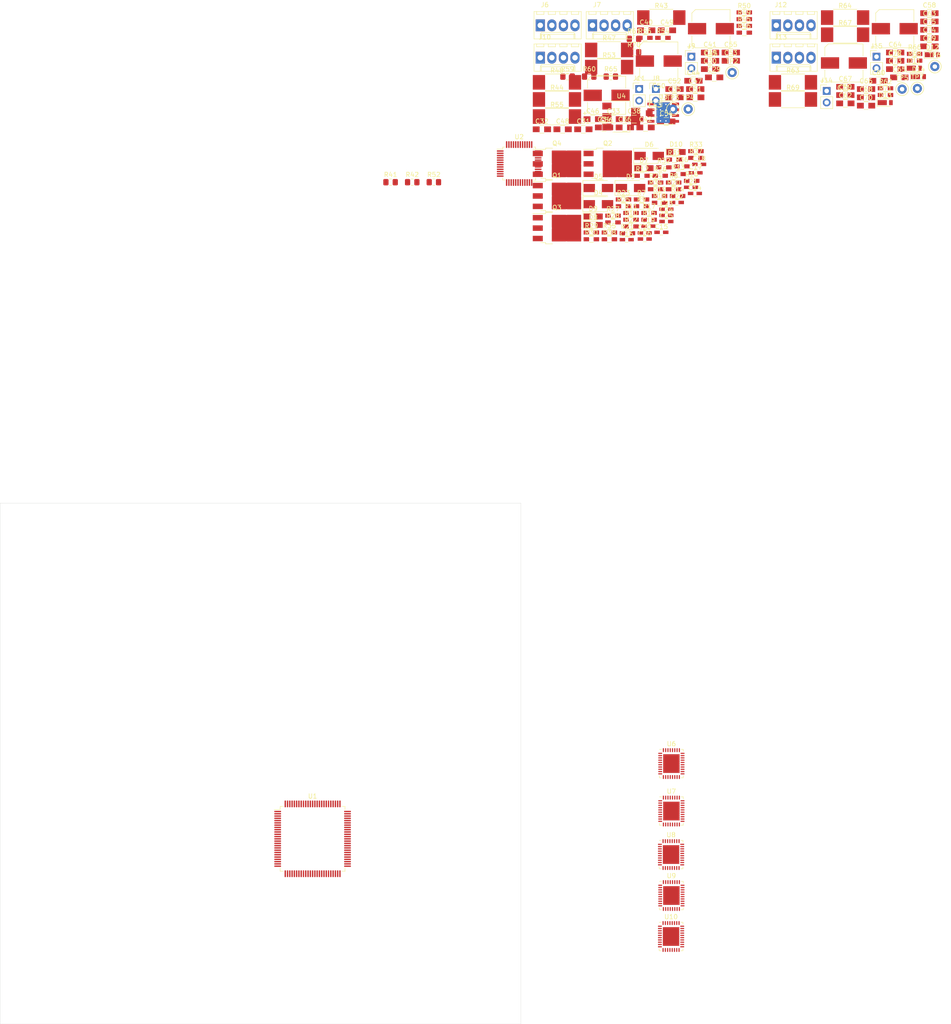
<source format=kicad_pcb>
(kicad_pcb (version 20171130) (host pcbnew "(5.0.0)")
  (layers (0 F.Cu signal) (31 B.Cu signal) (34 B.Paste user) (35 F.Paste user) (36 B.SilkS user) (37 F.SilkS user) (38 B.Mask user) (39 F.Mask user) (44 Edge.Cuts user))
  (net 0 "")
  (net 1 +5V)
  (net 2 /Drivers/Y_DIAG)
  (net 3 /Drivers/DIAG_Z)
  (net 4 /Spare/X2_DIAG)
  (net 5 GND)
  (net 6 /Spare/DIAG_1_SPARE)
  (net 7 "Net-(U1-Pad10)")
  (net 8 "Net-(U1-Pad11)")
  (net 9 +3V3)
  (net 10 "Net-(J6-Pad1)")
  (net 11 "Net-(R47-Pad2)")
  (net 12 "Net-(J6-Pad2)")
  (net 13 +VDC)
  (net 14 "Net-(R45-Pad2)")
  (net 15 "Net-(C29-Pad2)")
  (net 16 "Net-(C35-Pad1)")
  (net 17 "Net-(C35-Pad2)")
  (net 18 "Net-(C33-Pad2)")
  (net 19 "Net-(J6-Pad3)")
  (net 20 "Net-(R43-Pad2)")
  (net 21 "Net-(J6-Pad4)")
  (net 22 "Net-(J8-Pad1)")
  (net 23 "Net-(J7-Pad1)")
  (net 24 "Net-(R48-Pad2)")
  (net 25 "Net-(J7-Pad2)")
  (net 26 "Net-(R46-Pad2)")
  (net 27 "Net-(C30-Pad2)")
  (net 28 "Net-(C36-Pad1)")
  (net 29 "Net-(C36-Pad2)")
  (net 30 "Net-(C34-Pad2)")
  (net 31 "Net-(J7-Pad3)")
  (net 32 "Net-(R44-Pad2)")
  (net 33 "Net-(J7-Pad4)")
  (net 34 "Net-(J9-Pad1)")
  (net 35 "Net-(J11-Pad1)")
  (net 36 "Net-(J10-Pad4)")
  (net 37 "Net-(R53-Pad2)")
  (net 38 "Net-(J10-Pad3)")
  (net 39 "Net-(C40-Pad2)")
  (net 40 "Net-(C51-Pad2)")
  (net 41 "Net-(C51-Pad1)")
  (net 42 "Net-(C38-Pad2)")
  (net 43 "Net-(R54-Pad2)")
  (net 44 "Net-(J10-Pad2)")
  (net 45 "Net-(R55-Pad2)")
  (net 46 "Net-(J10-Pad1)")
  (net 47 "Net-(D14-Pad1)")
  (net 48 "Net-(D13-Pad2)")
  (net 49 "Net-(D13-Pad1)")
  (net 50 "Net-(R62-Pad2)")
  (net 51 "Net-(C58-Pad2)")
  (net 52 "Net-(C65-Pad1)")
  (net 53 "Net-(C65-Pad2)")
  (net 54 "Net-(C60-Pad2)")
  (net 55 "Net-(D12-Pad1)")
  (net 56 "Net-(D11-Pad2)")
  (net 57 "Net-(D11-Pad1)")
  (net 58 "Net-(J14-Pad1)")
  (net 59 "Net-(J15-Pad1)")
  (net 60 "Net-(J13-Pad4)")
  (net 61 "Net-(R64-Pad2)")
  (net 62 "Net-(J13-Pad3)")
  (net 63 "Net-(C64-Pad2)")
  (net 64 "Net-(C66-Pad2)")
  (net 65 "Net-(C66-Pad1)")
  (net 66 "Net-(C62-Pad2)")
  (net 67 "Net-(R66-Pad2)")
  (net 68 "Net-(J13-Pad2)")
  (net 69 "Net-(R69-Pad2)")
  (net 70 "Net-(J13-Pad1)")
  (net 71 DIAG_0_SPARE)
  (net 72 "/Main Processor/~CS~_SPI_SPARE")
  (net 73 /Drivers/SCK_SPI)
  (net 74 /Drivers/SDI_SPI)
  (net 75 /Drivers/SDO_SPI)
  (net 76 "Net-(C14-Pad1)")
  (net 77 "Net-(C15-Pad1)")
  (net 78 "Net-(C16-Pad1)")
  (net 79 "Net-(C17-Pad1)")
  (net 80 "Net-(C18-Pad1)")
  (net 81 "Net-(C19-Pad1)")
  (net 82 "Net-(C20-Pad1)")
  (net 83 /peripherals/P_0_I)
  (net 84 /peripherals/P_1_I)
  (net 85 /peripherals/P_2_I)
  (net 86 "Net-(C24-Pad1)")
  (net 87 /peripherals/P_3_I)
  (net 88 "Net-(D3-Pad2)")
  (net 89 "Net-(D4-Pad2)")
  (net 90 "Net-(D5-Pad2)")
  (net 91 "Net-(D10-Pad1)")
  (net 92 "Net-(D7-Pad2)")
  (net 93 "Net-(D8-Pad2)")
  (net 94 "Net-(D9-Pad2)")
  (net 95 "Net-(D10-Pad2)")
  (net 96 /peripherals/P_0_SENSE)
  (net 97 "Net-(Q2-Pad3)")
  (net 98 "Net-(Q3-Pad3)")
  (net 99 "Net-(Q4-Pad3)")
  (net 100 "Net-(R26-Pad2)")
  (net 101 "Net-(R27-Pad2)")
  (net 102 "Net-(R28-Pad2)")
  (net 103 "Net-(R29-Pad1)")
  (net 104 "Net-(R30-Pad1)")
  (net 105 "Net-(R31-Pad1)")
  (net 106 "Net-(R36-Pad2)")
  (net 107 "Net-(R37-Pad1)")
  (net 108 /Drivers/X_4)
  (net 109 /Drivers/X_0)
  (net 110 /Drivers/STEP_X)
  (net 111 /Drivers/DIR_X)
  (net 112 /Drivers/EN_X)
  (module Resistor_SMD:R_0805_2012Metric_Pad1.15x1.40mm_HandSolder (layer F.Cu) (at 111.095001 -45.034999)
    (fp_text reference R41 (at 0 -1.65) (layer F.SilkS))
    (fp_text value R)
    (pad 1 smd roundrect (at -1.025 0) (size 1.15 1.4) (layers F.Cu F.Paste F.Mask) (roundrect_rratio 0.217391) (net 1 +5V))
    (pad 2 smd roundrect (at 1.025 0) (size 1.15 1.4) (layers F.Cu F.Paste F.Mask) (roundrect_rratio 0.217391) (net 2 /Drivers/Y_DIAG))
  )
  (module Resistor_SMD:R_0805_2012Metric_Pad1.15x1.40mm_HandSolder (layer F.Cu) (at 115.845001 -45.034999)
    (fp_text reference R42 (at 0 -1.65) (layer F.SilkS))
    (fp_text value R)
    (pad 1 smd roundrect (at -1.025 0) (size 1.15 1.4) (layers F.Cu F.Paste F.Mask) (roundrect_rratio 0.217391) (net 1 +5V))
    (pad 2 smd roundrect (at 1.025 0) (size 1.15 1.4) (layers F.Cu F.Paste F.Mask) (roundrect_rratio 0.217391) (net 108 /Drivers/X_4))
  )
  (module Resistor_SMD:R_0805_2012Metric_Pad1.15x1.40mm_HandSolder (layer F.Cu) (at 120.595001 -45.034999)
    (fp_text reference R52 (at 0 -1.65) (layer F.SilkS))
    (fp_text value R)
    (pad 2 smd roundrect (at 1.025 0) (size 1.15 1.4) (layers F.Cu F.Paste F.Mask) (roundrect_rratio 0.217391) (net 3 /Drivers/DIAG_Z))
    (pad 1 smd roundrect (at -1.025 0) (size 1.15 1.4) (layers F.Cu F.Paste F.Mask) (roundrect_rratio 0.217391) (net 1 +5V))
  )
  (module Resistor_SMD:R_0805_2012Metric_Pad1.15x1.40mm_HandSolder (layer F.Cu) (at 149.935001 -68.204999)
    (fp_text reference R59 (at 0 -1.65) (layer F.SilkS))
    (fp_text value R)
    (pad 1 smd roundrect (at -1.025 0) (size 1.15 1.4) (layers F.Cu F.Paste F.Mask) (roundrect_rratio 0.217391) (net 1 +5V))
    (pad 2 smd roundrect (at 1.025 0) (size 1.15 1.4) (layers F.Cu F.Paste F.Mask) (roundrect_rratio 0.217391) (net 4 /Spare/X2_DIAG))
  )
  (module Resistor_SMD:R_0805_2012Metric_Pad1.15x1.40mm_HandSolder (layer F.Cu) (at 154.685001 -68.204999)
    (fp_text reference R60 (at 0 -1.65) (layer F.SilkS))
    (fp_text value R)
    (pad 2 smd roundrect (at 1.025 0) (size 1.15 1.4) (layers F.Cu F.Paste F.Mask) (roundrect_rratio 0.217391) (net 71 DIAG_0_SPARE))
    (pad 1 smd roundrect (at -1.025 0) (size 1.15 1.4) (layers F.Cu F.Paste F.Mask) (roundrect_rratio 0.217391) (net 1 +5V))
  )
  (module Resistor_SMD:R_0805_2012Metric_Pad1.15x1.40mm_HandSolder (layer F.Cu) (at 164.515001 -76.494999)
    (fp_text reference R61 (at 0 -1.65) (layer F.SilkS))
    (fp_text value R)
    (pad 2 smd roundrect (at 1.025 0) (size 1.15 1.4) (layers F.Cu F.Paste F.Mask) (roundrect_rratio 0.217391) (net 5 GND))
    (pad 1 smd roundrect (at -1.025 0) (size 1.15 1.4) (layers F.Cu F.Paste F.Mask) (roundrect_rratio 0.217391) (net 71 DIAG_0_SPARE))
  )
  (module Resistor_SMD:R_0805_2012Metric_Pad1.15x1.40mm_HandSolder (layer F.Cu) (at 159.435001 -68.204999)
    (fp_text reference R65 (at 0 -1.65) (layer F.SilkS))
    (fp_text value R)
    (pad 2 smd roundrect (at 1.025 0) (size 1.15 1.4) (layers F.Cu F.Paste F.Mask) (roundrect_rratio 0.217391) (net 6 /Spare/DIAG_1_SPARE))
    (pad 1 smd roundrect (at -1.025 0) (size 1.15 1.4) (layers F.Cu F.Paste F.Mask) (roundrect_rratio 0.217391) (net 1 +5V))
  )
  (module Resistor_SMD:R_0805_2012Metric_Pad1.15x1.40mm_HandSolder (layer F.Cu) (at 164.515001 -73.544999)
    (fp_text reference R70 (at 0 -1.65) (layer F.SilkS))
    (fp_text value R)
    (pad 1 smd roundrect (at -1.025 0) (size 1.15 1.4) (layers F.Cu F.Paste F.Mask) (roundrect_rratio 0.217391) (net 6 /Spare/DIAG_1_SPARE))
    (pad 2 smd roundrect (at 1.025 0) (size 1.15 1.4) (layers F.Cu F.Paste F.Mask) (roundrect_rratio 0.217391) (net 5 GND))
  )
  (module Package_QFP:TQFP-100_14x14mm_P0.5mm (layer F.Cu) (at 93.98 99.06)
    (fp_text reference U1 (at 0 -9.35) (layer F.SilkS))
    (fp_text value ATmega2560-16AU)
    (pad 1 smd roundrect (at -7.6625 -6) (size 1.475 0.3) (layers F.Cu F.Paste F.Mask))
    (pad 2 smd roundrect (at -7.6625 -5.5) (size 1.475 0.3) (layers F.Cu F.Paste F.Mask))
    (pad 3 smd roundrect (at -7.6625 -5) (size 1.475 0.3) (layers F.Cu F.Paste F.Mask))
    (pad 4 smd roundrect (at -7.6625 -4.5) (size 1.475 0.3) (layers F.Cu F.Paste F.Mask))
    (pad 5 smd roundrect (at -7.6625 -4) (size 1.475 0.3) (layers F.Cu F.Paste F.Mask))
    (pad 6 smd roundrect (at -7.6625 -3.5) (size 1.475 0.3) (layers F.Cu F.Paste F.Mask))
    (pad 7 smd roundrect (at -7.6625 -3) (size 1.475 0.3) (layers F.Cu F.Paste F.Mask))
    (pad 8 smd roundrect (at -7.6625 -2.5) (size 1.475 0.3) (layers F.Cu F.Paste F.Mask))
    (pad 9 smd roundrect (at -7.6625 -2) (size 1.475 0.3) (layers F.Cu F.Paste F.Mask))
    (pad 10 smd roundrect (at -7.6625 -1.5) (size 1.475 0.3) (layers F.Cu F.Paste F.Mask) (net 7 "Net-(U1-Pad10)"))
    (pad 11 smd roundrect (at -7.6625 -1) (size 1.475 0.3) (layers F.Cu F.Paste F.Mask) (net 8 "Net-(U1-Pad11)"))
    (pad 12 smd roundrect (at -7.6625 -0.5) (size 1.475 0.3) (layers F.Cu F.Paste F.Mask))
    (pad 13 smd roundrect (at -7.6625 0) (size 1.475 0.3) (layers F.Cu F.Paste F.Mask))
    (pad 14 smd roundrect (at -7.6625 0.5) (size 1.475 0.3) (layers F.Cu F.Paste F.Mask))
    (pad 15 smd roundrect (at -7.6625 1) (size 1.475 0.3) (layers F.Cu F.Paste F.Mask))
    (pad 16 smd roundrect (at -7.6625 1.5) (size 1.475 0.3) (layers F.Cu F.Paste F.Mask))
    (pad 17 smd roundrect (at -7.6625 2) (size 1.475 0.3) (layers F.Cu F.Paste F.Mask))
    (pad 18 smd roundrect (at -7.6625 2.5) (size 1.475 0.3) (layers F.Cu F.Paste F.Mask))
    (pad 19 smd roundrect (at -7.6625 3) (size 1.475 0.3) (layers F.Cu F.Paste F.Mask))
    (pad 20 smd roundrect (at -7.6625 3.5) (size 1.475 0.3) (layers F.Cu F.Paste F.Mask) (net 72 "/Main Processor/~CS~_SPI_SPARE"))
    (pad 21 smd roundrect (at -7.6625 4) (size 1.475 0.3) (layers F.Cu F.Paste F.Mask) (net 73 /Drivers/SCK_SPI))
    (pad 22 smd roundrect (at -7.6625 4.5) (size 1.475 0.3) (layers F.Cu F.Paste F.Mask) (net 74 /Drivers/SDI_SPI))
    (pad 23 smd roundrect (at -7.6625 5) (size 1.475 0.3) (layers F.Cu F.Paste F.Mask) (net 75 /Drivers/SDO_SPI))
    (pad 24 smd roundrect (at -7.6625 5.5) (size 1.475 0.3) (layers F.Cu F.Paste F.Mask))
    (pad 25 smd roundrect (at -7.6625 6) (size 1.475 0.3) (layers F.Cu F.Paste F.Mask))
    (pad 26 smd roundrect (at -6 7.6625) (size 0.3 1.475) (layers F.Cu F.Paste F.Mask))
    (pad 27 smd roundrect (at -5.5 7.6625) (size 0.3 1.475) (layers F.Cu F.Paste F.Mask))
    (pad 28 smd roundrect (at -5 7.6625) (size 0.3 1.475) (layers F.Cu F.Paste F.Mask))
    (pad 29 smd roundrect (at -4.5 7.6625) (size 0.3 1.475) (layers F.Cu F.Paste F.Mask))
    (pad 30 smd roundrect (at -4 7.6625) (size 0.3 1.475) (layers F.Cu F.Paste F.Mask))
    (pad 31 smd roundrect (at -3.5 7.6625) (size 0.3 1.475) (layers F.Cu F.Paste F.Mask) (net 7 "Net-(U1-Pad10)"))
    (pad 32 smd roundrect (at -3 7.6625) (size 0.3 1.475) (layers F.Cu F.Paste F.Mask) (net 8 "Net-(U1-Pad11)"))
    (pad 33 smd roundrect (at -2.5 7.6625) (size 0.3 1.475) (layers F.Cu F.Paste F.Mask))
    (pad 34 smd roundrect (at -2 7.6625) (size 0.3 1.475) (layers F.Cu F.Paste F.Mask))
    (pad 35 smd roundrect (at -1.5 7.6625) (size 0.3 1.475) (layers F.Cu F.Paste F.Mask))
    (pad 36 smd roundrect (at -1 7.6625) (size 0.3 1.475) (layers F.Cu F.Paste F.Mask))
    (pad 37 smd roundrect (at -0.5 7.6625) (size 0.3 1.475) (layers F.Cu F.Paste F.Mask))
    (pad 38 smd roundrect (at 0 7.6625) (size 0.3 1.475) (layers F.Cu F.Paste F.Mask))
    (pad 39 smd roundrect (at 0.5 7.6625) (size 0.3 1.475) (layers F.Cu F.Paste F.Mask))
    (pad 40 smd roundrect (at 1 7.6625) (size 0.3 1.475) (layers F.Cu F.Paste F.Mask))
    (pad 41 smd roundrect (at 1.5 7.6625) (size 0.3 1.475) (layers F.Cu F.Paste F.Mask))
    (pad 42 smd roundrect (at 2 7.6625) (size 0.3 1.475) (layers F.Cu F.Paste F.Mask))
    (pad 43 smd roundrect (at 2.5 7.6625) (size 0.3 1.475) (layers F.Cu F.Paste F.Mask) (net 109 /Drivers/X_0))
    (pad 44 smd roundrect (at 3 7.6625) (size 0.3 1.475) (layers F.Cu F.Paste F.Mask) (net 110 /Drivers/STEP_X))
    (pad 45 smd roundrect (at 3.5 7.6625) (size 0.3 1.475) (layers F.Cu F.Paste F.Mask) (net 111 /Drivers/DIR_X))
    (pad 46 smd roundrect (at 4 7.6625) (size 0.3 1.475) (layers F.Cu F.Paste F.Mask) (net 112 /Drivers/EN_X))
    (pad 47 smd roundrect (at 4.5 7.6625) (size 0.3 1.475) (layers F.Cu F.Paste F.Mask) (net 108 /Drivers/X_4))
    (pad 48 smd roundrect (at 5 7.6625) (size 0.3 1.475) (layers F.Cu F.Paste F.Mask))
    (pad 49 smd roundrect (at 5.5 7.6625) (size 0.3 1.475) (layers F.Cu F.Paste F.Mask))
    (pad 50 smd roundrect (at 6 7.6625) (size 0.3 1.475) (layers F.Cu F.Paste F.Mask))
    (pad 51 smd roundrect (at 7.6625 6) (size 1.475 0.3) (layers F.Cu F.Paste F.Mask))
    (pad 52 smd roundrect (at 7.6625 5.5) (size 1.475 0.3) (layers F.Cu F.Paste F.Mask))
    (pad 53 smd roundrect (at 7.6625 5) (size 1.475 0.3) (layers F.Cu F.Paste F.Mask))
    (pad 54 smd roundrect (at 7.6625 4.5) (size 1.475 0.3) (layers F.Cu F.Paste F.Mask))
    (pad 55 smd roundrect (at 7.6625 4) (size 1.475 0.3) (layers F.Cu F.Paste F.Mask))
    (pad 56 smd roundrect (at 7.6625 3.5) (size 1.475 0.3) (layers F.Cu F.Paste F.Mask))
    (pad 57 smd roundrect (at 7.6625 3) (size 1.475 0.3) (layers F.Cu F.Paste F.Mask))
    (pad 58 smd roundrect (at 7.6625 2.5) (size 1.475 0.3) (layers F.Cu F.Paste F.Mask))
    (pad 59 smd roundrect (at 7.6625 2) (size 1.475 0.3) (layers F.Cu F.Paste F.Mask))
    (pad 60 smd roundrect (at 7.6625 1.5) (size 1.475 0.3) (layers F.Cu F.Paste F.Mask))
    (pad 61 smd roundrect (at 7.6625 1) (size 1.475 0.3) (layers F.Cu F.Paste F.Mask) (net 7 "Net-(U1-Pad10)"))
    (pad 62 smd roundrect (at 7.6625 0.5) (size 1.475 0.3) (layers F.Cu F.Paste F.Mask) (net 8 "Net-(U1-Pad11)"))
    (pad 63 smd roundrect (at 7.6625 0) (size 1.475 0.3) (layers F.Cu F.Paste F.Mask))
    (pad 64 smd roundrect (at 7.6625 -0.5) (size 1.475 0.3) (layers F.Cu F.Paste F.Mask))
    (pad 65 smd roundrect (at 7.6625 -1) (size 1.475 0.3) (layers F.Cu F.Paste F.Mask))
    (pad 66 smd roundrect (at 7.6625 -1.5) (size 1.475 0.3) (layers F.Cu F.Paste F.Mask))
    (pad 67 smd roundrect (at 7.6625 -2) (size 1.475 0.3) (layers F.Cu F.Paste F.Mask))
    (pad 68 smd roundrect (at 7.6625 -2.5) (size 1.475 0.3) (layers F.Cu F.Paste F.Mask))
    (pad 69 smd roundrect (at 7.6625 -3) (size 1.475 0.3) (layers F.Cu F.Paste F.Mask))
    (pad 70 smd roundrect (at 7.6625 -3.5) (size 1.475 0.3) (layers F.Cu F.Paste F.Mask))
    (pad 71 smd roundrect (at 7.6625 -4) (size 1.475 0.3) (layers F.Cu F.Paste F.Mask))
    (pad 72 smd roundrect (at 7.6625 -4.5) (size 1.475 0.3) (layers F.Cu F.Paste F.Mask))
    (pad 73 smd roundrect (at 7.6625 -5) (size 1.475 0.3) (layers F.Cu F.Paste F.Mask))
    (pad 74 smd roundrect (at 7.6625 -5.5) (size 1.475 0.3) (layers F.Cu F.Paste F.Mask))
    (pad 75 smd roundrect (at 7.6625 -6) (size 1.475 0.3) (layers F.Cu F.Paste F.Mask))
    (pad 76 smd roundrect (at 6 -7.6625) (size 0.3 1.475) (layers F.Cu F.Paste F.Mask))
    (pad 77 smd roundrect (at 5.5 -7.6625) (size 0.3 1.475) (layers F.Cu F.Paste F.Mask))
    (pad 78 smd roundrect (at 5 -7.6625) (size 0.3 1.475) (layers F.Cu F.Paste F.Mask))
    (pad 79 smd roundrect (at 4.5 -7.6625) (size 0.3 1.475) (layers F.Cu F.Paste F.Mask))
    (pad 80 smd roundrect (at 4 -7.6625) (size 0.3 1.475) (layers F.Cu F.Paste F.Mask) (net 7 "Net-(U1-Pad10)"))
    (pad 81 smd roundrect (at 3.5 -7.6625) (size 0.3 1.475) (layers F.Cu F.Paste F.Mask) (net 8 "Net-(U1-Pad11)"))
    (pad 82 smd roundrect (at 3 -7.6625) (size 0.3 1.475) (layers F.Cu F.Paste F.Mask))
    (pad 83 smd roundrect (at 2.5 -7.6625) (size 0.3 1.475) (layers F.Cu F.Paste F.Mask))
    (pad 84 smd roundrect (at 2 -7.6625) (size 0.3 1.475) (layers F.Cu F.Paste F.Mask))
    (pad 85 smd roundrect (at 1.5 -7.6625) (size 0.3 1.475) (layers F.Cu F.Paste F.Mask))
    (pad 86 smd roundrect (at 1 -7.6625) (size 0.3 1.475) (layers F.Cu F.Paste F.Mask))
    (pad 87 smd roundrect (at 0.5 -7.6625) (size 0.3 1.475) (layers F.Cu F.Paste F.Mask))
    (pad 88 smd roundrect (at 0 -7.6625) (size 0.3 1.475) (layers F.Cu F.Paste F.Mask))
    (pad 89 smd roundrect (at -0.5 -7.6625) (size 0.3 1.475) (layers F.Cu F.Paste F.Mask))
    (pad 90 smd roundrect (at -1 -7.6625) (size 0.3 1.475) (layers F.Cu F.Paste F.Mask))
    (pad 91 smd roundrect (at -1.5 -7.6625) (size 0.3 1.475) (layers F.Cu F.Paste F.Mask))
    (pad 92 smd roundrect (at -2 -7.6625) (size 0.3 1.475) (layers F.Cu F.Paste F.Mask))
    (pad 93 smd roundrect (at -2.5 -7.6625) (size 0.3 1.475) (layers F.Cu F.Paste F.Mask))
    (pad 94 smd roundrect (at -3 -7.6625) (size 0.3 1.475) (layers F.Cu F.Paste F.Mask))
    (pad 95 smd roundrect (at -3.5 -7.6625) (size 0.3 1.475) (layers F.Cu F.Paste F.Mask))
    (pad 96 smd roundrect (at -4 -7.6625) (size 0.3 1.475) (layers F.Cu F.Paste F.Mask))
    (pad 97 smd roundrect (at -4.5 -7.6625) (size 0.3 1.475) (layers F.Cu F.Paste F.Mask))
    (pad 98 smd roundrect (at -5 -7.6625) (size 0.3 1.475) (layers F.Cu F.Paste F.Mask))
    (pad 99 smd roundrect (at -5.5 -7.6625) (size 0.3 1.475) (layers F.Cu F.Paste F.Mask) (net 8 "Net-(U1-Pad11)"))
    (pad 100 smd roundrect (at -6 -7.6625) (size 0.3 1.475) (layers F.Cu F.Paste F.Mask))
  )
  (module Package_QFP:LQFP-48_7x7mm_P0.5mm (layer F.Cu) (at 139.315001 -49.124999)
    (fp_text reference U2 (at 0 -5.85) (layer F.SilkS))
    (fp_text value STM32F303CBTx)
    (pad 1 smd roundrect (at -4.1625 -2.75) (size 1.475 0.3) (layers F.Cu F.Paste F.Mask))
    (pad 2 smd roundrect (at -4.1625 -2.25) (size 1.475 0.3) (layers F.Cu F.Paste F.Mask))
    (pad 3 smd roundrect (at -4.1625 -1.75) (size 1.475 0.3) (layers F.Cu F.Paste F.Mask))
    (pad 4 smd roundrect (at -4.1625 -1.25) (size 1.475 0.3) (layers F.Cu F.Paste F.Mask))
    (pad 5 smd roundrect (at -4.1625 -0.75) (size 1.475 0.3) (layers F.Cu F.Paste F.Mask))
    (pad 6 smd roundrect (at -4.1625 -0.25) (size 1.475 0.3) (layers F.Cu F.Paste F.Mask))
    (pad 7 smd roundrect (at -4.1625 0.25) (size 1.475 0.3) (layers F.Cu F.Paste F.Mask))
    (pad 8 smd roundrect (at -4.1625 0.75) (size 1.475 0.3) (layers F.Cu F.Paste F.Mask))
    (pad 9 smd roundrect (at -4.1625 1.25) (size 1.475 0.3) (layers F.Cu F.Paste F.Mask))
    (pad 10 smd roundrect (at -4.1625 1.75) (size 1.475 0.3) (layers F.Cu F.Paste F.Mask))
    (pad 11 smd roundrect (at -4.1625 2.25) (size 1.475 0.3) (layers F.Cu F.Paste F.Mask))
    (pad 12 smd roundrect (at -4.1625 2.75) (size 1.475 0.3) (layers F.Cu F.Paste F.Mask))
    (pad 13 smd roundrect (at -2.75 4.1625) (size 0.3 1.475) (layers F.Cu F.Paste F.Mask))
    (pad 14 smd roundrect (at -2.25 4.1625) (size 0.3 1.475) (layers F.Cu F.Paste F.Mask))
    (pad 15 smd roundrect (at -1.75 4.1625) (size 0.3 1.475) (layers F.Cu F.Paste F.Mask))
    (pad 16 smd roundrect (at -1.25 4.1625) (size 0.3 1.475) (layers F.Cu F.Paste F.Mask))
    (pad 17 smd roundrect (at -0.75 4.1625) (size 0.3 1.475) (layers F.Cu F.Paste F.Mask))
    (pad 18 smd roundrect (at -0.25 4.1625) (size 0.3 1.475) (layers F.Cu F.Paste F.Mask))
    (pad 19 smd roundrect (at 0.25 4.1625) (size 0.3 1.475) (layers F.Cu F.Paste F.Mask))
    (pad 20 smd roundrect (at 0.75 4.1625) (size 0.3 1.475) (layers F.Cu F.Paste F.Mask))
    (pad 21 smd roundrect (at 1.25 4.1625) (size 0.3 1.475) (layers F.Cu F.Paste F.Mask))
    (pad 22 smd roundrect (at 1.75 4.1625) (size 0.3 1.475) (layers F.Cu F.Paste F.Mask))
    (pad 23 smd roundrect (at 2.25 4.1625) (size 0.3 1.475) (layers F.Cu F.Paste F.Mask))
    (pad 24 smd roundrect (at 2.75 4.1625) (size 0.3 1.475) (layers F.Cu F.Paste F.Mask))
    (pad 25 smd roundrect (at 4.1625 2.75) (size 1.475 0.3) (layers F.Cu F.Paste F.Mask))
    (pad 26 smd roundrect (at 4.1625 2.25) (size 1.475 0.3) (layers F.Cu F.Paste F.Mask))
    (pad 27 smd roundrect (at 4.1625 1.75) (size 1.475 0.3) (layers F.Cu F.Paste F.Mask))
    (pad 28 smd roundrect (at 4.1625 1.25) (size 1.475 0.3) (layers F.Cu F.Paste F.Mask))
    (pad 29 smd roundrect (at 4.1625 0.75) (size 1.475 0.3) (layers F.Cu F.Paste F.Mask))
    (pad 30 smd roundrect (at 4.1625 0.25) (size 1.475 0.3) (layers F.Cu F.Paste F.Mask))
    (pad 31 smd roundrect (at 4.1625 -0.25) (size 1.475 0.3) (layers F.Cu F.Paste F.Mask))
    (pad 32 smd roundrect (at 4.1625 -0.75) (size 1.475 0.3) (layers F.Cu F.Paste F.Mask))
    (pad 33 smd roundrect (at 4.1625 -1.25) (size 1.475 0.3) (layers F.Cu F.Paste F.Mask))
    (pad 34 smd roundrect (at 4.1625 -1.75) (size 1.475 0.3) (layers F.Cu F.Paste F.Mask))
    (pad 35 smd roundrect (at 4.1625 -2.25) (size 1.475 0.3) (layers F.Cu F.Paste F.Mask))
    (pad 36 smd roundrect (at 4.1625 -2.75) (size 1.475 0.3) (layers F.Cu F.Paste F.Mask))
    (pad 37 smd roundrect (at 2.75 -4.1625) (size 0.3 1.475) (layers F.Cu F.Paste F.Mask))
    (pad 38 smd roundrect (at 2.25 -4.1625) (size 0.3 1.475) (layers F.Cu F.Paste F.Mask))
    (pad 39 smd roundrect (at 1.75 -4.1625) (size 0.3 1.475) (layers F.Cu F.Paste F.Mask))
    (pad 40 smd roundrect (at 1.25 -4.1625) (size 0.3 1.475) (layers F.Cu F.Paste F.Mask))
    (pad 41 smd roundrect (at 0.75 -4.1625) (size 0.3 1.475) (layers F.Cu F.Paste F.Mask))
    (pad 42 smd roundrect (at 0.25 -4.1625) (size 0.3 1.475) (layers F.Cu F.Paste F.Mask))
    (pad 43 smd roundrect (at -0.25 -4.1625) (size 0.3 1.475) (layers F.Cu F.Paste F.Mask))
    (pad 44 smd roundrect (at -0.75 -4.1625) (size 0.3 1.475) (layers F.Cu F.Paste F.Mask))
    (pad 45 smd roundrect (at -1.25 -4.1625) (size 0.3 1.475) (layers F.Cu F.Paste F.Mask))
    (pad 46 smd roundrect (at -1.75 -4.1625) (size 0.3 1.475) (layers F.Cu F.Paste F.Mask))
    (pad 47 smd roundrect (at -2.25 -4.1625) (size 0.3 1.475) (layers F.Cu F.Paste F.Mask))
    (pad 48 smd roundrect (at -2.75 -4.1625) (size 0.3 1.475) (layers F.Cu F.Paste F.Mask))
  )
  (module Package_SO:TI_SO-PowerPAD-8_ThermalVias (layer F.Cu) (at 170.925001 -60.294999)
    (fp_text reference U3 (at 0 -3.5) (layer F.SilkS))
    (fp_text value TPS5431DDA)
    (pad 9 smd rect (at 0 0) (size 2.6 3.1) (layers F.Cu F.Paste F.Mask) (net 5 GND))
    (pad 9 smd rect (at 0 0) (size 2.95 4.5) (layers F.Cu) (net 5 GND))
    (pad 1 smd rect (at -2.7 -1.905) (size 1.55 0.6) (layers F.Cu F.Paste F.Mask))
    (pad 2 smd rect (at -2.7 -0.635) (size 1.55 0.6) (layers F.Cu F.Paste F.Mask))
    (pad 3 smd rect (at -2.7 0.635) (size 1.55 0.6) (layers F.Cu F.Paste F.Mask))
    (pad 4 smd rect (at -2.7 1.905) (size 1.55 0.6) (layers F.Cu F.Paste F.Mask))
    (pad 5 smd rect (at 2.7 1.905) (size 1.55 0.6) (layers F.Cu F.Paste F.Mask))
    (pad 6 smd rect (at 2.7 0.635) (size 1.55 0.6) (layers F.Cu F.Paste F.Mask) (net 5 GND))
    (pad 7 smd rect (at 2.7 -0.635) (size 1.55 0.6) (layers F.Cu F.Paste F.Mask))
    (pad 8 smd rect (at 2.7 -1.905) (size 1.55 0.6) (layers F.Cu F.Paste F.Mask))
    (pad 9 smd rect (at 0 0) (size 2.95 4.5) (layers B.Cu) (net 5 GND))
    (pad 9 thru_hole circle (at -0.6 -1.8) (size 0.6 0.6) (drill 0.3) (layers *.Cu) (net 5 GND))
    (pad 9 thru_hole circle (at -0.6 -0.6) (size 0.6 0.6) (drill 0.3) (layers *.Cu) (net 5 GND))
    (pad 9 thru_hole circle (at 0.6 -0.6) (size 0.6 0.6) (drill 0.3) (layers *.Cu) (net 5 GND))
    (pad 9 thru_hole circle (at 0.6 -1.8) (size 0.6 0.6) (drill 0.3) (layers *.Cu) (net 5 GND))
    (pad 9 thru_hole circle (at -0.6 1.8) (size 0.6 0.6) (drill 0.3) (layers *.Cu) (net 5 GND))
    (pad 9 thru_hole circle (at -0.6 0.7) (size 0.6 0.6) (drill 0.3) (layers *.Cu) (net 5 GND))
    (pad 9 thru_hole circle (at 0.6 0.7) (size 0.6 0.6) (drill 0.3) (layers *.Cu) (net 5 GND))
    (pad 9 thru_hole circle (at 0.6 1.8) (size 0.6 0.6) (drill 0.3) (layers *.Cu) (net 5 GND))
  )
  (module Package_TO_SOT_SMD:SOT-223-3_TabPin2 (layer F.Cu) (at 161.725001 -59.444999)
    (fp_text reference U4 (at 0 -4.5) (layer F.SilkS))
    (fp_text value AMS1117-3.3)
    (pad 2 smd rect (at 3.15 0) (size 2 3.8) (layers F.Cu F.Paste F.Mask) (net 9 +3V3))
    (pad 2 smd rect (at -3.15 0) (size 2 1.5) (layers F.Cu F.Paste F.Mask) (net 9 +3V3))
    (pad 3 smd rect (at -3.15 2.3) (size 2 1.5) (layers F.Cu F.Paste F.Mask) (net 1 +5V))
    (pad 1 smd rect (at -3.15 -2.3) (size 2 1.5) (layers F.Cu F.Paste F.Mask) (net 5 GND))
  )
  (module Package_DFN_QFN:QFN-36-1EP_5x6mm_P0.5mm_EP3.6x4.1mm (layer F.Cu) (at 172.72 82.55)
    (fp_text reference U6 (at 0 -4.32) (layer F.SilkS))
    (fp_text value TMC2130-LA)
    (pad 1 smd roundrect (at -2.45 -2.25) (size 0.85 0.25) (layers F.Cu F.Paste F.Mask) (net 5 GND))
    (pad 2 smd roundrect (at -2.45 -1.75) (size 0.85 0.25) (layers F.Cu F.Paste F.Mask))
    (pad 3 smd roundrect (at -2.45 -1.25) (size 0.85 0.25) (layers F.Cu F.Paste F.Mask) (net 73 /Drivers/SCK_SPI))
    (pad 4 smd roundrect (at -2.45 -0.75) (size 0.85 0.25) (layers F.Cu F.Paste F.Mask) (net 74 /Drivers/SDI_SPI))
    (pad 5 smd roundrect (at -2.45 -0.25) (size 0.85 0.25) (layers F.Cu F.Paste F.Mask) (net 75 /Drivers/SDO_SPI))
    (pad 6 smd roundrect (at -2.45 0.25) (size 0.85 0.25) (layers F.Cu F.Paste F.Mask))
    (pad 7 smd roundrect (at -2.45 0.75) (size 0.85 0.25) (layers F.Cu F.Paste F.Mask))
    (pad 8 smd roundrect (at -2.45 1.25) (size 0.85 0.25) (layers F.Cu F.Paste F.Mask) (net 1 +5V))
    (pad 9 smd roundrect (at -2.45 1.75) (size 0.85 0.25) (layers F.Cu F.Paste F.Mask))
    (pad 10 smd roundrect (at -2.45 2.25) (size 0.85 0.25) (layers F.Cu F.Paste F.Mask))
    (pad 11 smd roundrect (at -1.75 2.95) (size 0.25 0.85) (layers F.Cu F.Paste F.Mask) (net 5 GND))
    (pad 12 smd roundrect (at -1.25 2.95) (size 0.25 0.85) (layers F.Cu F.Paste F.Mask) (net 5 GND))
    (pad 13 smd roundrect (at -0.75 2.95) (size 0.25 0.85) (layers F.Cu F.Paste F.Mask) (net 10 "Net-(J6-Pad1)"))
    (pad 14 smd roundrect (at -0.25 2.95) (size 0.25 0.85) (layers F.Cu F.Paste F.Mask) (net 11 "Net-(R47-Pad2)"))
    (pad 15 smd roundrect (at 0.25 2.95) (size 0.25 0.85) (layers F.Cu F.Paste F.Mask) (net 12 "Net-(J6-Pad2)"))
    (pad 16 smd roundrect (at 0.75 2.95) (size 0.25 0.85) (layers F.Cu F.Paste F.Mask) (net 13 +VDC))
    (pad 17 smd roundrect (at 1.25 2.95) (size 0.25 0.85) (layers F.Cu F.Paste F.Mask))
    (pad 18 smd roundrect (at 1.75 2.95) (size 0.25 0.85) (layers F.Cu F.Paste F.Mask) (net 5 GND))
    (pad 19 smd roundrect (at 2.45 2.25) (size 0.85 0.25) (layers F.Cu F.Paste F.Mask))
    (pad 20 smd roundrect (at 2.45 1.75) (size 0.85 0.25) (layers F.Cu F.Paste F.Mask) (net 2 /Drivers/Y_DIAG))
    (pad 21 smd roundrect (at 2.45 1.25) (size 0.85 0.25) (layers F.Cu F.Paste F.Mask) (net 2 /Drivers/Y_DIAG))
    (pad 22 smd roundrect (at 2.45 0.75) (size 0.85 0.25) (layers F.Cu F.Paste F.Mask))
    (pad 23 smd roundrect (at 2.45 0.25) (size 0.85 0.25) (layers F.Cu F.Paste F.Mask) (net 14 "Net-(R45-Pad2)"))
    (pad 24 smd roundrect (at 2.45 -0.25) (size 0.85 0.25) (layers F.Cu F.Paste F.Mask) (net 5 GND))
    (pad 25 smd roundrect (at 2.45 -0.75) (size 0.85 0.25) (layers F.Cu F.Paste F.Mask) (net 15 "Net-(C29-Pad2)"))
    (pad 26 smd roundrect (at 2.45 -1.25) (size 0.85 0.25) (layers F.Cu F.Paste F.Mask) (net 1 +5V))
    (pad 27 smd roundrect (at 2.45 -1.75) (size 0.85 0.25) (layers F.Cu F.Paste F.Mask) (net 16 "Net-(C35-Pad1)"))
    (pad 28 smd roundrect (at 2.45 -2.25) (size 0.85 0.25) (layers F.Cu F.Paste F.Mask) (net 17 "Net-(C35-Pad2)"))
    (pad 29 smd roundrect (at 1.75 -2.95) (size 0.25 0.85) (layers F.Cu F.Paste F.Mask) (net 18 "Net-(C33-Pad2)"))
    (pad 30 smd roundrect (at 1.25 -2.95) (size 0.25 0.85) (layers F.Cu F.Paste F.Mask))
    (pad 31 smd roundrect (at 0.75 -2.95) (size 0.25 0.85) (layers F.Cu F.Paste F.Mask) (net 13 +VDC))
    (pad 32 smd roundrect (at 0.25 -2.95) (size 0.25 0.85) (layers F.Cu F.Paste F.Mask) (net 19 "Net-(J6-Pad3)"))
    (pad 33 smd roundrect (at -0.25 -2.95) (size 0.25 0.85) (layers F.Cu F.Paste F.Mask) (net 20 "Net-(R43-Pad2)"))
    (pad 34 smd roundrect (at -0.75 -2.95) (size 0.25 0.85) (layers F.Cu F.Paste F.Mask) (net 21 "Net-(J6-Pad4)"))
    (pad 35 smd roundrect (at -1.25 -2.95) (size 0.25 0.85) (layers F.Cu F.Paste F.Mask) (net 5 GND))
    (pad 36 smd roundrect (at -1.75 -2.95) (size 0.25 0.85) (layers F.Cu F.Paste F.Mask) (net 22 "Net-(J8-Pad1)"))
    (pad 37 smd rect (at 0 0) (size 3.6 4.1) (layers F.Cu F.Mask) (net 5 GND))
  )
  (module Package_DFN_QFN:QFN-36-1EP_5x6mm_P0.5mm_EP3.6x4.1mm (layer F.Cu) (at 172.72 92.964)
    (fp_text reference U7 (at 0 -4.32) (layer F.SilkS))
    (fp_text value TMC2130-LA)
    (pad 1 smd roundrect (at -2.45 -2.25) (size 0.85 0.25) (layers F.Cu F.Paste F.Mask) (net 5 GND))
    (pad 2 smd roundrect (at -2.45 -1.75) (size 0.85 0.25) (layers F.Cu F.Paste F.Mask) (net 109 /Drivers/X_0))
    (pad 3 smd roundrect (at -2.45 -1.25) (size 0.85 0.25) (layers F.Cu F.Paste F.Mask) (net 73 /Drivers/SCK_SPI))
    (pad 4 smd roundrect (at -2.45 -0.75) (size 0.85 0.25) (layers F.Cu F.Paste F.Mask) (net 74 /Drivers/SDI_SPI))
    (pad 5 smd roundrect (at -2.45 -0.25) (size 0.85 0.25) (layers F.Cu F.Paste F.Mask) (net 75 /Drivers/SDO_SPI))
    (pad 6 smd roundrect (at -2.45 0.25) (size 0.85 0.25) (layers F.Cu F.Paste F.Mask) (net 110 /Drivers/STEP_X))
    (pad 7 smd roundrect (at -2.45 0.75) (size 0.85 0.25) (layers F.Cu F.Paste F.Mask) (net 111 /Drivers/DIR_X))
    (pad 8 smd roundrect (at -2.45 1.25) (size 0.85 0.25) (layers F.Cu F.Paste F.Mask) (net 1 +5V))
    (pad 9 smd roundrect (at -2.45 1.75) (size 0.85 0.25) (layers F.Cu F.Paste F.Mask))
    (pad 10 smd roundrect (at -2.45 2.25) (size 0.85 0.25) (layers F.Cu F.Paste F.Mask))
    (pad 11 smd roundrect (at -1.75 2.95) (size 0.25 0.85) (layers F.Cu F.Paste F.Mask) (net 5 GND))
    (pad 12 smd roundrect (at -1.25 2.95) (size 0.25 0.85) (layers F.Cu F.Paste F.Mask) (net 5 GND))
    (pad 13 smd roundrect (at -0.75 2.95) (size 0.25 0.85) (layers F.Cu F.Paste F.Mask) (net 23 "Net-(J7-Pad1)"))
    (pad 14 smd roundrect (at -0.25 2.95) (size 0.25 0.85) (layers F.Cu F.Paste F.Mask) (net 24 "Net-(R48-Pad2)"))
    (pad 15 smd roundrect (at 0.25 2.95) (size 0.25 0.85) (layers F.Cu F.Paste F.Mask) (net 25 "Net-(J7-Pad2)"))
    (pad 16 smd roundrect (at 0.75 2.95) (size 0.25 0.85) (layers F.Cu F.Paste F.Mask) (net 13 +VDC))
    (pad 17 smd roundrect (at 1.25 2.95) (size 0.25 0.85) (layers F.Cu F.Paste F.Mask))
    (pad 18 smd roundrect (at 1.75 2.95) (size 0.25 0.85) (layers F.Cu F.Paste F.Mask) (net 5 GND))
    (pad 19 smd roundrect (at 2.45 2.25) (size 0.85 0.25) (layers F.Cu F.Paste F.Mask))
    (pad 20 smd roundrect (at 2.45 1.75) (size 0.85 0.25) (layers F.Cu F.Paste F.Mask) (net 108 /Drivers/X_4))
    (pad 21 smd roundrect (at 2.45 1.25) (size 0.85 0.25) (layers F.Cu F.Paste F.Mask) (net 108 /Drivers/X_4))
    (pad 22 smd roundrect (at 2.45 0.75) (size 0.85 0.25) (layers F.Cu F.Paste F.Mask) (net 112 /Drivers/EN_X))
    (pad 23 smd roundrect (at 2.45 0.25) (size 0.85 0.25) (layers F.Cu F.Paste F.Mask) (net 26 "Net-(R46-Pad2)"))
    (pad 24 smd roundrect (at 2.45 -0.25) (size 0.85 0.25) (layers F.Cu F.Paste F.Mask) (net 5 GND))
    (pad 25 smd roundrect (at 2.45 -0.75) (size 0.85 0.25) (layers F.Cu F.Paste F.Mask) (net 27 "Net-(C30-Pad2)"))
    (pad 26 smd roundrect (at 2.45 -1.25) (size 0.85 0.25) (layers F.Cu F.Paste F.Mask) (net 1 +5V))
    (pad 27 smd roundrect (at 2.45 -1.75) (size 0.85 0.25) (layers F.Cu F.Paste F.Mask) (net 28 "Net-(C36-Pad1)"))
    (pad 28 smd roundrect (at 2.45 -2.25) (size 0.85 0.25) (layers F.Cu F.Paste F.Mask) (net 29 "Net-(C36-Pad2)"))
    (pad 29 smd roundrect (at 1.75 -2.95) (size 0.25 0.85) (layers F.Cu F.Paste F.Mask) (net 30 "Net-(C34-Pad2)"))
    (pad 30 smd roundrect (at 1.25 -2.95) (size 0.25 0.85) (layers F.Cu F.Paste F.Mask))
    (pad 31 smd roundrect (at 0.75 -2.95) (size 0.25 0.85) (layers F.Cu F.Paste F.Mask) (net 13 +VDC))
    (pad 32 smd roundrect (at 0.25 -2.95) (size 0.25 0.85) (layers F.Cu F.Paste F.Mask) (net 31 "Net-(J7-Pad3)"))
    (pad 33 smd roundrect (at -0.25 -2.95) (size 0.25 0.85) (layers F.Cu F.Paste F.Mask) (net 32 "Net-(R44-Pad2)"))
    (pad 34 smd roundrect (at -0.75 -2.95) (size 0.25 0.85) (layers F.Cu F.Paste F.Mask) (net 33 "Net-(J7-Pad4)"))
    (pad 35 smd roundrect (at -1.25 -2.95) (size 0.25 0.85) (layers F.Cu F.Paste F.Mask) (net 5 GND))
    (pad 36 smd roundrect (at -1.75 -2.95) (size 0.25 0.85) (layers F.Cu F.Paste F.Mask) (net 34 "Net-(J9-Pad1)"))
    (pad 37 smd rect (at 0 0) (size 3.6 4.1) (layers F.Cu F.Mask) (net 5 GND))
  )
  (module Package_DFN_QFN:QFN-36-1EP_5x6mm_P0.5mm_EP3.6x4.1mm (layer F.Cu) (at 172.65 102.516)
    (fp_text reference U8 (at 0 -4.32) (layer F.SilkS))
    (fp_text value TMC2130-LA)
    (pad 37 smd rect (at 0 0) (size 3.6 4.1) (layers F.Cu F.Mask) (net 5 GND))
    (pad 36 smd roundrect (at -1.75 -2.95) (size 0.25 0.85) (layers F.Cu F.Paste F.Mask) (net 35 "Net-(J11-Pad1)"))
    (pad 35 smd roundrect (at -1.25 -2.95) (size 0.25 0.85) (layers F.Cu F.Paste F.Mask) (net 5 GND))
    (pad 34 smd roundrect (at -0.75 -2.95) (size 0.25 0.85) (layers F.Cu F.Paste F.Mask) (net 36 "Net-(J10-Pad4)"))
    (pad 33 smd roundrect (at -0.25 -2.95) (size 0.25 0.85) (layers F.Cu F.Paste F.Mask) (net 37 "Net-(R53-Pad2)"))
    (pad 32 smd roundrect (at 0.25 -2.95) (size 0.25 0.85) (layers F.Cu F.Paste F.Mask) (net 38 "Net-(J10-Pad3)"))
    (pad 31 smd roundrect (at 0.75 -2.95) (size 0.25 0.85) (layers F.Cu F.Paste F.Mask) (net 13 +VDC))
    (pad 30 smd roundrect (at 1.25 -2.95) (size 0.25 0.85) (layers F.Cu F.Paste F.Mask))
    (pad 29 smd roundrect (at 1.75 -2.95) (size 0.25 0.85) (layers F.Cu F.Paste F.Mask) (net 39 "Net-(C40-Pad2)"))
    (pad 28 smd roundrect (at 2.45 -2.25) (size 0.85 0.25) (layers F.Cu F.Paste F.Mask) (net 40 "Net-(C51-Pad2)"))
    (pad 27 smd roundrect (at 2.45 -1.75) (size 0.85 0.25) (layers F.Cu F.Paste F.Mask) (net 41 "Net-(C51-Pad1)"))
    (pad 26 smd roundrect (at 2.45 -1.25) (size 0.85 0.25) (layers F.Cu F.Paste F.Mask) (net 1 +5V))
    (pad 25 smd roundrect (at 2.45 -0.75) (size 0.85 0.25) (layers F.Cu F.Paste F.Mask) (net 42 "Net-(C38-Pad2)"))
    (pad 24 smd roundrect (at 2.45 -0.25) (size 0.85 0.25) (layers F.Cu F.Paste F.Mask) (net 5 GND))
    (pad 23 smd roundrect (at 2.45 0.25) (size 0.85 0.25) (layers F.Cu F.Paste F.Mask) (net 43 "Net-(R54-Pad2)"))
    (pad 22 smd roundrect (at 2.45 0.75) (size 0.85 0.25) (layers F.Cu F.Paste F.Mask))
    (pad 21 smd roundrect (at 2.45 1.25) (size 0.85 0.25) (layers F.Cu F.Paste F.Mask) (net 3 /Drivers/DIAG_Z))
    (pad 20 smd roundrect (at 2.45 1.75) (size 0.85 0.25) (layers F.Cu F.Paste F.Mask) (net 3 /Drivers/DIAG_Z))
    (pad 19 smd roundrect (at 2.45 2.25) (size 0.85 0.25) (layers F.Cu F.Paste F.Mask))
    (pad 18 smd roundrect (at 1.75 2.95) (size 0.25 0.85) (layers F.Cu F.Paste F.Mask) (net 5 GND))
    (pad 17 smd roundrect (at 1.25 2.95) (size 0.25 0.85) (layers F.Cu F.Paste F.Mask))
    (pad 16 smd roundrect (at 0.75 2.95) (size 0.25 0.85) (layers F.Cu F.Paste F.Mask) (net 13 +VDC))
    (pad 15 smd roundrect (at 0.25 2.95) (size 0.25 0.85) (layers F.Cu F.Paste F.Mask) (net 44 "Net-(J10-Pad2)"))
    (pad 14 smd roundrect (at -0.25 2.95) (size 0.25 0.85) (layers F.Cu F.Paste F.Mask) (net 45 "Net-(R55-Pad2)"))
    (pad 13 smd roundrect (at -0.75 2.95) (size 0.25 0.85) (layers F.Cu F.Paste F.Mask) (net 46 "Net-(J10-Pad1)"))
    (pad 12 smd roundrect (at -1.25 2.95) (size 0.25 0.85) (layers F.Cu F.Paste F.Mask) (net 5 GND))
    (pad 11 smd roundrect (at -1.75 2.95) (size 0.25 0.85) (layers F.Cu F.Paste F.Mask) (net 5 GND))
    (pad 10 smd roundrect (at -2.45 2.25) (size 0.85 0.25) (layers F.Cu F.Paste F.Mask))
    (pad 9 smd roundrect (at -2.45 1.75) (size 0.85 0.25) (layers F.Cu F.Paste F.Mask))
    (pad 8 smd roundrect (at -2.45 1.25) (size 0.85 0.25) (layers F.Cu F.Paste F.Mask) (net 1 +5V))
    (pad 7 smd roundrect (at -2.45 0.75) (size 0.85 0.25) (layers F.Cu F.Paste F.Mask))
    (pad 6 smd roundrect (at -2.45 0.25) (size 0.85 0.25) (layers F.Cu F.Paste F.Mask))
    (pad 5 smd roundrect (at -2.45 -0.25) (size 0.85 0.25) (layers F.Cu F.Paste F.Mask) (net 75 /Drivers/SDO_SPI))
    (pad 4 smd roundrect (at -2.45 -0.75) (size 0.85 0.25) (layers F.Cu F.Paste F.Mask) (net 74 /Drivers/SDI_SPI))
    (pad 3 smd roundrect (at -2.45 -1.25) (size 0.85 0.25) (layers F.Cu F.Paste F.Mask) (net 73 /Drivers/SCK_SPI))
    (pad 2 smd roundrect (at -2.45 -1.75) (size 0.85 0.25) (layers F.Cu F.Paste F.Mask))
    (pad 1 smd roundrect (at -2.45 -2.25) (size 0.85 0.25) (layers F.Cu F.Paste F.Mask) (net 5 GND))
  )
  (module Package_DFN_QFN:QFN-36-1EP_5x6mm_P0.5mm_EP3.6x4.1mm (layer F.Cu) (at 172.72 111.506)
    (fp_text reference U9 (at 0 -4.32) (layer F.SilkS))
    (fp_text value TMC2130-LA)
    (pad 1 smd roundrect (at -2.45 -2.25) (size 0.85 0.25) (layers F.Cu F.Paste F.Mask) (net 5 GND))
    (pad 2 smd roundrect (at -2.45 -1.75) (size 0.85 0.25) (layers F.Cu F.Paste F.Mask) (net 72 "/Main Processor/~CS~_SPI_SPARE"))
    (pad 3 smd roundrect (at -2.45 -1.25) (size 0.85 0.25) (layers F.Cu F.Paste F.Mask) (net 73 /Drivers/SCK_SPI))
    (pad 4 smd roundrect (at -2.45 -0.75) (size 0.85 0.25) (layers F.Cu F.Paste F.Mask) (net 74 /Drivers/SDI_SPI))
    (pad 5 smd roundrect (at -2.45 -0.25) (size 0.85 0.25) (layers F.Cu F.Paste F.Mask) (net 75 /Drivers/SDO_SPI))
    (pad 6 smd roundrect (at -2.45 0.25) (size 0.85 0.25) (layers F.Cu F.Paste F.Mask))
    (pad 7 smd roundrect (at -2.45 0.75) (size 0.85 0.25) (layers F.Cu F.Paste F.Mask))
    (pad 8 smd roundrect (at -2.45 1.25) (size 0.85 0.25) (layers F.Cu F.Paste F.Mask) (net 1 +5V))
    (pad 9 smd roundrect (at -2.45 1.75) (size 0.85 0.25) (layers F.Cu F.Paste F.Mask))
    (pad 10 smd roundrect (at -2.45 2.25) (size 0.85 0.25) (layers F.Cu F.Paste F.Mask))
    (pad 11 smd roundrect (at -1.75 2.95) (size 0.25 0.85) (layers F.Cu F.Paste F.Mask) (net 5 GND))
    (pad 12 smd roundrect (at -1.25 2.95) (size 0.25 0.85) (layers F.Cu F.Paste F.Mask) (net 5 GND))
    (pad 13 smd roundrect (at -0.75 2.95) (size 0.25 0.85) (layers F.Cu F.Paste F.Mask) (net 47 "Net-(D14-Pad1)"))
    (pad 14 smd roundrect (at -0.25 2.95) (size 0.25 0.85) (layers F.Cu F.Paste F.Mask) (net 48 "Net-(D13-Pad2)"))
    (pad 15 smd roundrect (at 0.25 2.95) (size 0.25 0.85) (layers F.Cu F.Paste F.Mask) (net 49 "Net-(D13-Pad1)"))
    (pad 16 smd roundrect (at 0.75 2.95) (size 0.25 0.85) (layers F.Cu F.Paste F.Mask) (net 13 +VDC))
    (pad 17 smd roundrect (at 1.25 2.95) (size 0.25 0.85) (layers F.Cu F.Paste F.Mask))
    (pad 18 smd roundrect (at 1.75 2.95) (size 0.25 0.85) (layers F.Cu F.Paste F.Mask) (net 5 GND))
    (pad 19 smd roundrect (at 2.45 2.25) (size 0.85 0.25) (layers F.Cu F.Paste F.Mask))
    (pad 20 smd roundrect (at 2.45 1.75) (size 0.85 0.25) (layers F.Cu F.Paste F.Mask) (net 71 DIAG_0_SPARE))
    (pad 21 smd roundrect (at 2.45 1.25) (size 0.85 0.25) (layers F.Cu F.Paste F.Mask) (net 6 /Spare/DIAG_1_SPARE))
    (pad 22 smd roundrect (at 2.45 0.75) (size 0.85 0.25) (layers F.Cu F.Paste F.Mask))
    (pad 23 smd roundrect (at 2.45 0.25) (size 0.85 0.25) (layers F.Cu F.Paste F.Mask) (net 50 "Net-(R62-Pad2)"))
    (pad 24 smd roundrect (at 2.45 -0.25) (size 0.85 0.25) (layers F.Cu F.Paste F.Mask) (net 5 GND))
    (pad 25 smd roundrect (at 2.45 -0.75) (size 0.85 0.25) (layers F.Cu F.Paste F.Mask) (net 51 "Net-(C58-Pad2)"))
    (pad 26 smd roundrect (at 2.45 -1.25) (size 0.85 0.25) (layers F.Cu F.Paste F.Mask) (net 1 +5V))
    (pad 27 smd roundrect (at 2.45 -1.75) (size 0.85 0.25) (layers F.Cu F.Paste F.Mask) (net 52 "Net-(C65-Pad1)"))
    (pad 28 smd roundrect (at 2.45 -2.25) (size 0.85 0.25) (layers F.Cu F.Paste F.Mask) (net 53 "Net-(C65-Pad2)"))
    (pad 29 smd roundrect (at 1.75 -2.95) (size 0.25 0.85) (layers F.Cu F.Paste F.Mask) (net 54 "Net-(C60-Pad2)"))
    (pad 30 smd roundrect (at 1.25 -2.95) (size 0.25 0.85) (layers F.Cu F.Paste F.Mask))
    (pad 31 smd roundrect (at 0.75 -2.95) (size 0.25 0.85) (layers F.Cu F.Paste F.Mask) (net 13 +VDC))
    (pad 32 smd roundrect (at 0.25 -2.95) (size 0.25 0.85) (layers F.Cu F.Paste F.Mask) (net 55 "Net-(D12-Pad1)"))
    (pad 33 smd roundrect (at -0.25 -2.95) (size 0.25 0.85) (layers F.Cu F.Paste F.Mask) (net 56 "Net-(D11-Pad2)"))
    (pad 34 smd roundrect (at -0.75 -2.95) (size 0.25 0.85) (layers F.Cu F.Paste F.Mask) (net 57 "Net-(D11-Pad1)"))
    (pad 35 smd roundrect (at -1.25 -2.95) (size 0.25 0.85) (layers F.Cu F.Paste F.Mask) (net 5 GND))
    (pad 36 smd roundrect (at -1.75 -2.95) (size 0.25 0.85) (layers F.Cu F.Paste F.Mask) (net 58 "Net-(J14-Pad1)"))
    (pad 37 smd rect (at 0 0) (size 3.6 4.1) (layers F.Cu F.Mask) (net 5 GND))
  )
  (module Package_DFN_QFN:QFN-36-1EP_5x6mm_P0.5mm_EP3.6x4.1mm (layer F.Cu) (at 172.65 120.496)
    (fp_text reference U10 (at 0 -4.32) (layer F.SilkS))
    (fp_text value TMC2130-LA)
    (pad 37 smd rect (at 0 0) (size 3.6 4.1) (layers F.Cu F.Mask) (net 5 GND))
    (pad 36 smd roundrect (at -1.75 -2.95) (size 0.25 0.85) (layers F.Cu F.Paste F.Mask) (net 59 "Net-(J15-Pad1)"))
    (pad 35 smd roundrect (at -1.25 -2.95) (size 0.25 0.85) (layers F.Cu F.Paste F.Mask) (net 5 GND))
    (pad 34 smd roundrect (at -0.75 -2.95) (size 0.25 0.85) (layers F.Cu F.Paste F.Mask) (net 60 "Net-(J13-Pad4)"))
    (pad 33 smd roundrect (at -0.25 -2.95) (size 0.25 0.85) (layers F.Cu F.Paste F.Mask) (net 61 "Net-(R64-Pad2)"))
    (pad 32 smd roundrect (at 0.25 -2.95) (size 0.25 0.85) (layers F.Cu F.Paste F.Mask) (net 62 "Net-(J13-Pad3)"))
    (pad 31 smd roundrect (at 0.75 -2.95) (size 0.25 0.85) (layers F.Cu F.Paste F.Mask) (net 13 +VDC))
    (pad 30 smd roundrect (at 1.25 -2.95) (size 0.25 0.85) (layers F.Cu F.Paste F.Mask))
    (pad 29 smd roundrect (at 1.75 -2.95) (size 0.25 0.85) (layers F.Cu F.Paste F.Mask) (net 63 "Net-(C64-Pad2)"))
    (pad 28 smd roundrect (at 2.45 -2.25) (size 0.85 0.25) (layers F.Cu F.Paste F.Mask) (net 64 "Net-(C66-Pad2)"))
    (pad 27 smd roundrect (at 2.45 -1.75) (size 0.85 0.25) (layers F.Cu F.Paste F.Mask) (net 65 "Net-(C66-Pad1)"))
    (pad 26 smd roundrect (at 2.45 -1.25) (size 0.85 0.25) (layers F.Cu F.Paste F.Mask) (net 1 +5V))
    (pad 25 smd roundrect (at 2.45 -0.75) (size 0.85 0.25) (layers F.Cu F.Paste F.Mask) (net 66 "Net-(C62-Pad2)"))
    (pad 24 smd roundrect (at 2.45 -0.25) (size 0.85 0.25) (layers F.Cu F.Paste F.Mask) (net 5 GND))
    (pad 23 smd roundrect (at 2.45 0.25) (size 0.85 0.25) (layers F.Cu F.Paste F.Mask) (net 67 "Net-(R66-Pad2)"))
    (pad 22 smd roundrect (at 2.45 0.75) (size 0.85 0.25) (layers F.Cu F.Paste F.Mask))
    (pad 21 smd roundrect (at 2.45 1.25) (size 0.85 0.25) (layers F.Cu F.Paste F.Mask) (net 4 /Spare/X2_DIAG))
    (pad 20 smd roundrect (at 2.45 1.75) (size 0.85 0.25) (layers F.Cu F.Paste F.Mask) (net 4 /Spare/X2_DIAG))
    (pad 19 smd roundrect (at 2.45 2.25) (size 0.85 0.25) (layers F.Cu F.Paste F.Mask))
    (pad 18 smd roundrect (at 1.75 2.95) (size 0.25 0.85) (layers F.Cu F.Paste F.Mask) (net 5 GND))
    (pad 17 smd roundrect (at 1.25 2.95) (size 0.25 0.85) (layers F.Cu F.Paste F.Mask))
    (pad 16 smd roundrect (at 0.75 2.95) (size 0.25 0.85) (layers F.Cu F.Paste F.Mask) (net 13 +VDC))
    (pad 15 smd roundrect (at 0.25 2.95) (size 0.25 0.85) (layers F.Cu F.Paste F.Mask) (net 68 "Net-(J13-Pad2)"))
    (pad 14 smd roundrect (at -0.25 2.95) (size 0.25 0.85) (layers F.Cu F.Paste F.Mask) (net 69 "Net-(R69-Pad2)"))
    (pad 13 smd roundrect (at -0.75 2.95) (size 0.25 0.85) (layers F.Cu F.Paste F.Mask) (net 70 "Net-(J13-Pad1)"))
    (pad 12 smd roundrect (at -1.25 2.95) (size 0.25 0.85) (layers F.Cu F.Paste F.Mask) (net 5 GND))
    (pad 11 smd roundrect (at -1.75 2.95) (size 0.25 0.85) (layers F.Cu F.Paste F.Mask) (net 5 GND))
    (pad 10 smd roundrect (at -2.45 2.25) (size 0.85 0.25) (layers F.Cu F.Paste F.Mask))
    (pad 9 smd roundrect (at -2.45 1.75) (size 0.85 0.25) (layers F.Cu F.Paste F.Mask))
    (pad 8 smd roundrect (at -2.45 1.25) (size 0.85 0.25) (layers F.Cu F.Paste F.Mask) (net 1 +5V))
    (pad 7 smd roundrect (at -2.45 0.75) (size 0.85 0.25) (layers F.Cu F.Paste F.Mask))
    (pad 6 smd roundrect (at -2.45 0.25) (size 0.85 0.25) (layers F.Cu F.Paste F.Mask))
    (pad 5 smd roundrect (at -2.45 -0.25) (size 0.85 0.25) (layers F.Cu F.Paste F.Mask) (net 75 /Drivers/SDO_SPI))
    (pad 4 smd roundrect (at -2.45 -0.75) (size 0.85 0.25) (layers F.Cu F.Paste F.Mask) (net 74 /Drivers/SDI_SPI))
    (pad 3 smd roundrect (at -2.45 -1.25) (size 0.85 0.25) (layers F.Cu F.Paste F.Mask) (net 73 /Drivers/SCK_SPI))
    (pad 2 smd roundrect (at -2.45 -1.75) (size 0.85 0.25) (layers F.Cu F.Paste F.Mask))
    (pad 1 smd roundrect (at -2.45 -2.25) (size 0.85 0.25) (layers F.Cu F.Paste F.Mask) (net 5 GND))
  )
  (module Capacitors_SMD:C_0603_HandSoldering (layer F.Cu) (at 177.889101 -42.567599)
    (fp_text reference C14 (at 0 -1.25) (layer F.SilkS))
    (fp_text value 1nF)
    (pad 2 smd rect (at 0.95 0) (size 1.2 0.75) (layers F.Cu F.Paste F.Mask) (net 5 GND))
    (pad 1 smd rect (at -0.95 0) (size 1.2 0.75) (layers F.Cu F.Paste F.Mask) (net 76 "Net-(C14-Pad1)"))
  )
  (module Capacitors_SMD:C_0603_HandSoldering (layer F.Cu) (at 170.529101 -34.037599)
    (fp_text reference C15 (at 0 -1.25) (layer F.SilkS))
    (fp_text value 1nF)
    (pad 2 smd rect (at 0.95 0) (size 1.2 0.75) (layers F.Cu F.Paste F.Mask) (net 5 GND))
    (pad 1 smd rect (at -0.95 0) (size 1.2 0.75) (layers F.Cu F.Paste F.Mask) (net 77 "Net-(C15-Pad1)"))
  )
  (module Capacitors_SMD:C_0603_HandSoldering (layer F.Cu) (at 162.919101 -32.427599)
    (fp_text reference C16 (at 0 -1.25) (layer F.SilkS))
    (fp_text value 1nF)
    (pad 1 smd rect (at -0.95 0) (size 1.2 0.75) (layers F.Cu F.Paste F.Mask) (net 78 "Net-(C16-Pad1)"))
    (pad 2 smd rect (at 0.95 0) (size 1.2 0.75) (layers F.Cu F.Paste F.Mask) (net 5 GND))
  )
  (module Capacitors_SMD:C_0603_HandSoldering (layer F.Cu) (at 178.029101 -47.097599)
    (fp_text reference C17 (at 0 -1.25) (layer F.SilkS))
    (fp_text value 1nF)
    (pad 1 smd rect (at -0.95 0) (size 1.2 0.75) (layers F.Cu F.Paste F.Mask) (net 79 "Net-(C17-Pad1)"))
    (pad 2 smd rect (at 0.95 0) (size 1.2 0.75) (layers F.Cu F.Paste F.Mask) (net 5 GND))
  )
  (module Capacitors_SMD:C_0603_HandSoldering (layer F.Cu) (at 178.819101 -48.947599)
    (fp_text reference C18 (at 0 -1.25) (layer F.SilkS))
    (fp_text value 100pF)
    (pad 2 smd rect (at 0.95 0) (size 1.2 0.75) (layers F.Cu F.Paste F.Mask) (net 5 GND))
    (pad 1 smd rect (at -0.95 0) (size 1.2 0.75) (layers F.Cu F.Paste F.Mask) (net 80 "Net-(C18-Pad1)"))
  )
  (module Capacitors_SMD:C_0603_HandSoldering (layer F.Cu) (at 167.669101 -35.387599)
    (fp_text reference C19 (at 0 -1.25) (layer F.SilkS))
    (fp_text value 100pF)
    (pad 2 smd rect (at 0.95 0) (size 1.2 0.75) (layers F.Cu F.Paste F.Mask) (net 5 GND))
    (pad 1 smd rect (at -0.95 0) (size 1.2 0.75) (layers F.Cu F.Paste F.Mask) (net 81 "Net-(C19-Pad1)"))
  )
  (module Capacitors_SMD:C_0603_HandSoldering (layer F.Cu) (at 166.879101 -33.907599)
    (fp_text reference C20 (at 0 -1.25) (layer F.SilkS))
    (fp_text value 100pF)
    (pad 2 smd rect (at 0.95 0) (size 1.2 0.75) (layers F.Cu F.Paste F.Mask) (net 5 GND))
    (pad 1 smd rect (at -0.95 0) (size 1.2 0.75) (layers F.Cu F.Paste F.Mask) (net 82 "Net-(C20-Pad1)"))
  )
  (module Capacitors_SMD:C_0603_HandSoldering (layer F.Cu) (at 177.019101 -43.917599)
    (fp_text reference C21 (at 0 -1.25) (layer F.SilkS))
    (fp_text value 100pF)
    (pad 1 smd rect (at -0.95 0) (size 1.2 0.75) (layers F.Cu F.Paste F.Mask) (net 83 /peripherals/P_0_I))
    (pad 2 smd rect (at 0.95 0) (size 1.2 0.75) (layers F.Cu F.Paste F.Mask) (net 5 GND))
  )
  (module Capacitors_SMD:C_0603_HandSoldering (layer F.Cu) (at 173.929101 -40.587599)
    (fp_text reference C22 (at 0 -1.25) (layer F.SilkS))
    (fp_text value 100pF)
    (pad 2 smd rect (at 0.95 0) (size 1.2 0.75) (layers F.Cu F.Paste F.Mask) (net 5 GND))
    (pad 1 smd rect (at -0.95 0) (size 1.2 0.75) (layers F.Cu F.Paste F.Mask) (net 84 /peripherals/P_1_I))
  )
  (module Capacitors_SMD:C_0603_HandSoldering (layer F.Cu) (at 171.629101 -39.107599)
    (fp_text reference C23 (at 0 -1.25) (layer F.SilkS))
    (fp_text value 100pF)
    (pad 1 smd rect (at -0.95 0) (size 1.2 0.75) (layers F.Cu F.Paste F.Mask) (net 85 /peripherals/P_2_I))
    (pad 2 smd rect (at 0.95 0) (size 1.2 0.75) (layers F.Cu F.Paste F.Mask) (net 5 GND))
  )
  (module Capacitors_SMD:C_0603_HandSoldering (layer F.Cu) (at 171.629101 -37.757599)
    (fp_text reference C24 (at 0 -1.25) (layer F.SilkS))
    (fp_text value 100pF)
    (pad 1 smd rect (at -0.95 0) (size 1.2 0.75) (layers F.Cu F.Paste F.Mask) (net 86 "Net-(C24-Pad1)"))
    (pad 2 smd rect (at 0.95 0) (size 1.2 0.75) (layers F.Cu F.Paste F.Mask) (net 5 GND))
  )
  (module Capacitors_SMD:C_0603_HandSoldering (layer F.Cu) (at 171.629101 -36.407599)
    (fp_text reference C25 (at 0 -1.25) (layer F.SilkS))
    (fp_text value 100pF)
    (pad 2 smd rect (at 0.95 0) (size 1.2 0.75) (layers F.Cu F.Paste F.Mask) (net 5 GND))
    (pad 1 smd rect (at -0.95 0) (size 1.2 0.75) (layers F.Cu F.Paste F.Mask) (net 87 /peripherals/P_3_I))
  )
  (module Capacitors_SMD:C_0603_HandSoldering (layer F.Cu) (at 166.879101 -32.557599)
    (fp_text reference C26 (at 0 -1.25) (layer F.SilkS))
    (fp_text value 1nF)
    (pad 1 smd rect (at -0.95 0) (size 1.2 0.75) (layers F.Cu F.Paste F.Mask) (net 9 +3V3))
    (pad 2 smd rect (at 0.95 0) (size 1.2 0.75) (layers F.Cu F.Paste F.Mask) (net 5 GND))
  )
  (module Capacitors_SMD:C_0805_HandSoldering (layer F.Cu) (at 182.109101 -68.032599)
    (fp_text reference C29 (at 0 -1.75) (layer F.SilkS))
    (fp_text value 4.7uF)
    (pad 1 smd rect (at -1.25 0) (size 1.5 1.25) (layers F.Cu F.Paste F.Mask) (net 5 GND))
    (pad 2 smd rect (at 1.25 0) (size 1.5 1.25) (layers F.Cu F.Paste F.Mask) (net 15 "Net-(C29-Pad2)"))
  )
  (module Capacitors_SMD:C_0805_HandSoldering (layer F.Cu) (at 181.209101 -69.852599)
    (fp_text reference C30 (at 0 -1.75) (layer F.SilkS))
    (fp_text value 4.7uF)
    (pad 1 smd rect (at -1.25 0) (size 1.5 1.25) (layers F.Cu F.Paste F.Mask) (net 5 GND))
    (pad 2 smd rect (at 1.25 0) (size 1.5 1.25) (layers F.Cu F.Paste F.Mask) (net 27 "Net-(C30-Pad2)"))
  )
  (module Capacitors_SMD:C_0805_HandSoldering (layer F.Cu) (at 153.399101 -56.642599)
    (fp_text reference C31 (at 0 -1.75) (layer F.SilkS))
    (fp_text value 100nF)
    (pad 2 smd rect (at 1.25 0) (size 1.5 1.25) (layers F.Cu F.Paste F.Mask) (net 5 GND))
    (pad 1 smd rect (at -1.25 0) (size 1.5 1.25) (layers F.Cu F.Paste F.Mask) (net 1 +5V))
  )
  (module Capacitors_SMD:C_0805_HandSoldering (layer F.Cu) (at 144.299101 -56.642599)
    (fp_text reference C32 (at 0 -1.75) (layer F.SilkS))
    (fp_text value 100nF)
    (pad 2 smd rect (at 1.25 0) (size 1.5 1.25) (layers F.Cu F.Paste F.Mask) (net 5 GND))
    (pad 1 smd rect (at -1.25 0) (size 1.5 1.25) (layers F.Cu F.Paste F.Mask) (net 1 +5V))
  )
  (module Capacitors_SMD:C_0805_HandSoldering (layer F.Cu) (at 160.009101 -58.872599)
    (fp_text reference C33 (at 0 -1.75) (layer F.SilkS))
    (fp_text value 100nF)
    (pad 1 smd rect (at -1.25 0) (size 1.5 1.25) (layers F.Cu F.Paste F.Mask) (net 13 +VDC))
    (pad 2 smd rect (at 1.25 0) (size 1.5 1.25) (layers F.Cu F.Paste F.Mask) (net 18 "Net-(C33-Pad2)"))
  )
  (module Capacitors_SMD:C_0805_HandSoldering (layer F.Cu) (at 157.949101 -57.052599)
    (fp_text reference C34 (at 0 -1.75) (layer F.SilkS))
    (fp_text value 100nF)
    (pad 2 smd rect (at 1.25 0) (size 1.5 1.25) (layers F.Cu F.Paste F.Mask) (net 30 "Net-(C34-Pad2)"))
    (pad 1 smd rect (at -1.25 0) (size 1.5 1.25) (layers F.Cu F.Paste F.Mask) (net 13 +VDC))
  )
  (module Capacitors_SMD:C_0805_HandSoldering (layer F.Cu) (at 173.409101 -63.652599)
    (fp_text reference C35 (at 0 -1.75) (layer F.SilkS))
    (fp_text value 22nF)
    (pad 1 smd rect (at -1.25 0) (size 1.5 1.25) (layers F.Cu F.Paste F.Mask) (net 16 "Net-(C35-Pad1)"))
    (pad 2 smd rect (at 1.25 0) (size 1.5 1.25) (layers F.Cu F.Paste F.Mask) (net 17 "Net-(C35-Pad2)"))
  )
  (module Capacitors_SMD:C_0805_HandSoldering (layer F.Cu) (at 162.499101 -57.052599)
    (fp_text reference C36 (at 0 -1.75) (layer F.SilkS))
    (fp_text value 22nF)
    (pad 1 smd rect (at -1.25 0) (size 1.5 1.25) (layers F.Cu F.Paste F.Mask) (net 28 "Net-(C36-Pad1)"))
    (pad 2 smd rect (at 1.25 0) (size 1.5 1.25) (layers F.Cu F.Paste F.Mask) (net 29 "Net-(C36-Pad2)"))
  )
  (module Capacitors_SMD:C_0805_HandSoldering (layer F.Cu) (at 164.559101 -58.872599)
    (fp_text reference C38 (at 0 -1.75) (layer F.SilkS))
    (fp_text value 4.7uF)
    (pad 2 smd rect (at 1.25 0) (size 1.5 1.25) (layers F.Cu F.Paste F.Mask) (net 42 "Net-(C38-Pad2)"))
    (pad 1 smd rect (at -1.25 0) (size 1.5 1.25) (layers F.Cu F.Paste F.Mask) (net 5 GND))
  )
  (module Capacitors_SMD:C_0805_HandSoldering (layer F.Cu) (at 181.209101 -71.672599)
    (fp_text reference C39 (at 0 -1.75) (layer F.SilkS))
    (fp_text value 100nF)
    (pad 2 smd rect (at 1.25 0) (size 1.5 1.25) (layers F.Cu F.Paste F.Mask) (net 5 GND))
    (pad 1 smd rect (at -1.25 0) (size 1.5 1.25) (layers F.Cu F.Paste F.Mask) (net 1 +5V))
  )
  (module Capacitors_SMD:C_0805_HandSoldering (layer F.Cu) (at 167.199101 -78.362599)
    (fp_text reference C40 (at 0 -1.75) (layer F.SilkS))
    (fp_text value 100nF)
    (pad 1 smd rect (at -1.25 0) (size 1.5 1.25) (layers F.Cu F.Paste F.Mask) (net 13 +VDC))
    (pad 2 smd rect (at 1.25 0) (size 1.5 1.25) (layers F.Cu F.Paste F.Mask) (net 39 "Net-(C40-Pad2)"))
  )
  (module Capacitors_SMD:C_0805_HandSoldering (layer F.Cu) (at 181.209101 -73.492599)
    (fp_text reference C41 (at 0 -1.75) (layer F.SilkS))
    (fp_text value 100nF)
    (pad 2 smd rect (at 1.25 0) (size 1.5 1.25) (layers F.Cu F.Paste F.Mask) (net 5 GND))
    (pad 1 smd rect (at -1.25 0) (size 1.5 1.25) (layers F.Cu F.Paste F.Mask) (net 13 +VDC))
  )
  (module Capacitors_SMD:C_0805_HandSoldering (layer F.Cu) (at 167.049101 -57.052599)
    (fp_text reference C42 (at 0 -1.75) (layer F.SilkS))
    (fp_text value 100nF)
    (pad 1 smd rect (at -1.25 0) (size 1.5 1.25) (layers F.Cu F.Paste F.Mask) (net 13 +VDC))
    (pad 2 smd rect (at 1.25 0) (size 1.5 1.25) (layers F.Cu F.Paste F.Mask) (net 5 GND))
  )
  (module Capacitors_SMD:C_0805_HandSoldering (layer F.Cu) (at 169.109101 -60.192599)
    (fp_text reference C43 (at 0 -1.75) (layer F.SilkS))
    (fp_text value 100nF)
    (pad 2 smd rect (at 1.25 0) (size 1.5 1.25) (layers F.Cu F.Paste F.Mask) (net 5 GND))
    (pad 1 smd rect (at -1.25 0) (size 1.5 1.25) (layers F.Cu F.Paste F.Mask) (net 13 +VDC))
  )
  (module Capacitors_SMD:C_0805_HandSoldering (layer F.Cu) (at 177.559101 -67.292599)
    (fp_text reference C44 (at 0 -1.75) (layer F.SilkS))
    (fp_text value 100nF)
    (pad 2 smd rect (at 1.25 0) (size 1.5 1.25) (layers F.Cu F.Paste F.Mask) (net 5 GND))
    (pad 1 smd rect (at -1.25 0) (size 1.5 1.25) (layers F.Cu F.Paste F.Mask) (net 13 +VDC))
  )
  (module Capacitors_SMD:CP_Elec_8x10 (layer F.Cu) (at 181.409101 -78.717599)
    (fp_text reference C45 (at 0 5.45) (layer F.SilkS))
    (fp_text value 100uF)
    (fp_text user + (at -4.78 3.9) (layer F.SilkS))
    (pad 1 smd rect (at -3.05 0 180) (size 4 2.5) (layers F.Cu F.Paste F.Mask) (net 13 +VDC))
    (pad 2 smd rect (at 3.05 0 180) (size 4 2.5) (layers F.Cu F.Paste F.Mask) (net 5 GND))
  )
  (module Capacitors_SMD:C_0805_HandSoldering (layer F.Cu) (at 155.459101 -58.872599)
    (fp_text reference C46 (at 0 -1.75) (layer F.SilkS))
    (fp_text value 100nF)
    (pad 1 smd rect (at -1.25 0) (size 1.5 1.25) (layers F.Cu F.Paste F.Mask) (net 13 +VDC))
    (pad 2 smd rect (at 1.25 0) (size 1.5 1.25) (layers F.Cu F.Paste F.Mask) (net 5 GND))
  )
  (module Capacitors_SMD:C_0805_HandSoldering (layer F.Cu) (at 177.959101 -65.472599)
    (fp_text reference C47 (at 0 -1.75) (layer F.SilkS))
    (fp_text value 100nF)
    (pad 1 smd rect (at -1.25 0) (size 1.5 1.25) (layers F.Cu F.Paste F.Mask) (net 13 +VDC))
    (pad 2 smd rect (at 1.25 0) (size 1.5 1.25) (layers F.Cu F.Paste F.Mask) (net 5 GND))
  )
  (module Capacitors_SMD:C_0805_HandSoldering (layer F.Cu) (at 148.849101 -56.642599)
    (fp_text reference C48 (at 0 -1.75) (layer F.SilkS))
    (fp_text value 100nF)
    (pad 1 smd rect (at -1.25 0) (size 1.5 1.25) (layers F.Cu F.Paste F.Mask) (net 13 +VDC))
    (pad 2 smd rect (at 1.25 0) (size 1.5 1.25) (layers F.Cu F.Paste F.Mask) (net 5 GND))
  )
  (module Capacitors_SMD:C_0805_HandSoldering (layer F.Cu) (at 171.749101 -78.362599)
    (fp_text reference C49 (at 0 -1.75) (layer F.SilkS))
    (fp_text value 100nF)
    (pad 2 smd rect (at 1.25 0) (size 1.5 1.25) (layers F.Cu F.Paste F.Mask) (net 5 GND))
    (pad 1 smd rect (at -1.25 0) (size 1.5 1.25) (layers F.Cu F.Paste F.Mask) (net 13 +VDC))
  )
  (module Capacitors_SMD:CP_Elec_8x10 (layer F.Cu) (at 169.959101 -71.617599)
    (fp_text reference C50 (at 0 5.45) (layer F.SilkS))
    (fp_text value 100uF)
    (fp_text user + (at -4.78 3.9) (layer F.SilkS))
    (pad 2 smd rect (at 3.05 0 180) (size 4 2.5) (layers F.Cu F.Paste F.Mask) (net 5 GND))
    (pad 1 smd rect (at -3.05 0 180) (size 4 2.5) (layers F.Cu F.Paste F.Mask) (net 13 +VDC))
  )
  (module Capacitors_SMD:C_0805_HandSoldering (layer F.Cu) (at 177.959101 -63.652599)
    (fp_text reference C51 (at 0 -1.75) (layer F.SilkS))
    (fp_text value 22nF)
    (pad 1 smd rect (at -1.25 0) (size 1.5 1.25) (layers F.Cu F.Paste F.Mask) (net 41 "Net-(C51-Pad1)"))
    (pad 2 smd rect (at 1.25 0) (size 1.5 1.25) (layers F.Cu F.Paste F.Mask) (net 40 "Net-(C51-Pad2)"))
  )
  (module Capacitors_SMD:C_0805_HandSoldering (layer F.Cu) (at 173.409101 -65.472599)
    (fp_text reference C52 (at 0 -1.75) (layer F.SilkS))
    (fp_text value 100nF)
    (pad 2 smd rect (at 1.25 0) (size 1.5 1.25) (layers F.Cu F.Paste F.Mask) (net 5 GND))
    (pad 1 smd rect (at -1.25 0) (size 1.5 1.25) (layers F.Cu F.Paste F.Mask) (net 13 +VDC))
  )
  (module Capacitors_SMD:C_0805_HandSoldering (layer F.Cu) (at 185.759101 -71.672599)
    (fp_text reference C53 (at 0 -1.75) (layer F.SilkS))
    (fp_text value 100nF)
    (pad 1 smd rect (at -1.25 0) (size 1.5 1.25) (layers F.Cu F.Paste F.Mask) (net 13 +VDC))
    (pad 2 smd rect (at 1.25 0) (size 1.5 1.25) (layers F.Cu F.Paste F.Mask) (net 5 GND))
  )
  (module Capacitors_SMD:C_0805_HandSoldering (layer F.Cu) (at 171.599101 -58.372599)
    (fp_text reference C54 (at 0 -1.75) (layer F.SilkS))
    (fp_text value 100nF)
    (pad 2 smd rect (at 1.25 0) (size 1.5 1.25) (layers F.Cu F.Paste F.Mask) (net 5 GND))
    (pad 1 smd rect (at -1.25 0) (size 1.5 1.25) (layers F.Cu F.Paste F.Mask) (net 13 +VDC))
  )
  (module Capacitors_SMD:C_0805_HandSoldering (layer F.Cu) (at 185.759101 -73.492599)
    (fp_text reference C55 (at 0 -1.75) (layer F.SilkS))
    (fp_text value 100nF)
    (pad 2 smd rect (at 1.25 0) (size 1.5 1.25) (layers F.Cu F.Paste F.Mask) (net 5 GND))
    (pad 1 smd rect (at -1.25 0) (size 1.5 1.25) (layers F.Cu F.Paste F.Mask) (net 13 +VDC))
  )
  (module Capacitors_SMD:CP_Elec_8x10 (layer F.Cu) (at 158.509101 -64.097599)
    (fp_text reference C56 (at 0 5.45) (layer F.SilkS))
    (fp_text value 100uF)
    (fp_text user + (at -4.78 3.9) (layer F.SilkS))
    (pad 1 smd rect (at -3.05 0 180) (size 4 2.5) (layers F.Cu F.Paste F.Mask) (net 13 +VDC))
    (pad 2 smd rect (at 3.05 0 180) (size 4 2.5) (layers F.Cu F.Paste F.Mask) (net 5 GND))
  )
  (module Capacitors_SMD:C_0805_HandSoldering (layer F.Cu) (at 229.349101 -82.122599)
    (fp_text reference C58 (at 0 -1.75) (layer F.SilkS))
    (fp_text value 4.7uF)
    (pad 1 smd rect (at -1.25 0) (size 1.5 1.25) (layers F.Cu F.Paste F.Mask) (net 5 GND))
    (pad 2 smd rect (at 1.25 0) (size 1.5 1.25) (layers F.Cu F.Paste F.Mask) (net 51 "Net-(C58-Pad2)"))
  )
  (module Capacitors_SMD:C_0805_HandSoldering (layer F.Cu) (at 210.899101 -64.152599)
    (fp_text reference C59 (at 0 -1.75) (layer F.SilkS))
    (fp_text value 100nF)
    (pad 2 smd rect (at 1.25 0) (size 1.5 1.25) (layers F.Cu F.Paste F.Mask) (net 5 GND))
    (pad 1 smd rect (at -1.25 0) (size 1.5 1.25) (layers F.Cu F.Paste F.Mask) (net 1 +5V))
  )
  (module Capacitors_SMD:C_0805_HandSoldering (layer F.Cu) (at 218.189101 -67.292599)
    (fp_text reference C60 (at 0 -1.75) (layer F.SilkS))
    (fp_text value 100nF)
    (pad 1 smd rect (at -1.25 0) (size 1.5 1.25) (layers F.Cu F.Paste F.Mask) (net 13 +VDC))
    (pad 2 smd rect (at 1.25 0) (size 1.5 1.25) (layers F.Cu F.Paste F.Mask) (net 54 "Net-(C60-Pad2)"))
  )
  (module Capacitors_SMD:C_0805_HandSoldering (layer F.Cu) (at 210.899101 -62.332599)
    (fp_text reference C62 (at 0 -1.75) (layer F.SilkS))
    (fp_text value 4.7uF)
    (pad 2 smd rect (at 1.25 0) (size 1.5 1.25) (layers F.Cu F.Paste F.Mask) (net 66 "Net-(C62-Pad2)"))
    (pad 1 smd rect (at -1.25 0) (size 1.5 1.25) (layers F.Cu F.Paste F.Mask) (net 5 GND))
  )
  (module Capacitors_SMD:C_0805_HandSoldering (layer F.Cu) (at 229.349101 -80.302599)
    (fp_text reference C63 (at 0 -1.75) (layer F.SilkS))
    (fp_text value 100nF)
    (pad 2 smd rect (at 1.25 0) (size 1.5 1.25) (layers F.Cu F.Paste F.Mask) (net 5 GND))
    (pad 1 smd rect (at -1.25 0) (size 1.5 1.25) (layers F.Cu F.Paste F.Mask) (net 1 +5V))
  )
  (module Capacitors_SMD:C_0805_HandSoldering (layer F.Cu) (at 221.839101 -73.492599)
    (fp_text reference C64 (at 0 -1.75) (layer F.SilkS))
    (fp_text value 100nF)
    (pad 2 smd rect (at 1.25 0) (size 1.5 1.25) (layers F.Cu F.Paste F.Mask) (net 63 "Net-(C64-Pad2)"))
    (pad 1 smd rect (at -1.25 0) (size 1.5 1.25) (layers F.Cu F.Paste F.Mask) (net 13 +VDC))
  )
  (module Capacitors_SMD:C_0805_HandSoldering (layer F.Cu) (at 222.739101 -68.032599)
    (fp_text reference C65 (at 0 -1.75) (layer F.SilkS))
    (fp_text value 22nF)
    (pad 1 smd rect (at -1.25 0) (size 1.5 1.25) (layers F.Cu F.Paste F.Mask) (net 52 "Net-(C65-Pad1)"))
    (pad 2 smd rect (at 1.25 0) (size 1.5 1.25) (layers F.Cu F.Paste F.Mask) (net 53 "Net-(C65-Pad2)"))
  )
  (module Capacitors_SMD:C_0805_HandSoldering (layer F.Cu) (at 215.449101 -65.472599)
    (fp_text reference C66 (at 0 -1.75) (layer F.SilkS))
    (fp_text value 22nF)
    (pad 2 smd rect (at 1.25 0) (size 1.5 1.25) (layers F.Cu F.Paste F.Mask) (net 64 "Net-(C66-Pad2)"))
    (pad 1 smd rect (at -1.25 0) (size 1.5 1.25) (layers F.Cu F.Paste F.Mask) (net 65 "Net-(C66-Pad1)"))
  )
  (module Capacitors_SMD:C_0805_HandSoldering (layer F.Cu) (at 210.899101 -65.972599)
    (fp_text reference C67 (at 0 -1.75) (layer F.SilkS))
    (fp_text value 100nF)
    (pad 1 smd rect (at -1.25 0) (size 1.5 1.25) (layers F.Cu F.Paste F.Mask) (net 13 +VDC))
    (pad 2 smd rect (at 1.25 0) (size 1.5 1.25) (layers F.Cu F.Paste F.Mask) (net 5 GND))
  )
  (module Capacitors_SMD:C_0805_HandSoldering (layer F.Cu) (at 215.449101 -63.652599)
    (fp_text reference C68 (at 0 -1.75) (layer F.SilkS))
    (fp_text value 100nF)
    (pad 1 smd rect (at -1.25 0) (size 1.5 1.25) (layers F.Cu F.Paste F.Mask) (net 13 +VDC))
    (pad 2 smd rect (at 1.25 0) (size 1.5 1.25) (layers F.Cu F.Paste F.Mask) (net 5 GND))
  )
  (module Capacitors_SMD:C_0805_HandSoldering (layer F.Cu) (at 229.349101 -74.842599)
    (fp_text reference C69 (at 0 -1.75) (layer F.SilkS))
    (fp_text value 100nF)
    (pad 2 smd rect (at 1.25 0) (size 1.5 1.25) (layers F.Cu F.Paste F.Mask) (net 5 GND))
    (pad 1 smd rect (at -1.25 0) (size 1.5 1.25) (layers F.Cu F.Paste F.Mask) (net 13 +VDC))
  )
  (module Capacitors_SMD:C_0805_HandSoldering (layer F.Cu) (at 215.449101 -61.832599)
    (fp_text reference C70 (at 0 -1.75) (layer F.SilkS))
    (fp_text value 100nF)
    (pad 1 smd rect (at -1.25 0) (size 1.5 1.25) (layers F.Cu F.Paste F.Mask) (net 13 +VDC))
    (pad 2 smd rect (at 1.25 0) (size 1.5 1.25) (layers F.Cu F.Paste F.Mask) (net 5 GND))
  )
  (module Capacitors_SMD:CP_Elec_8x10 (layer F.Cu) (at 210.589101 -71.197599)
    (fp_text reference C71 (at 0 5.45) (layer F.SilkS))
    (fp_text value 100uF)
    (fp_text user + (at -4.78 3.9) (layer F.SilkS))
    (pad 2 smd rect (at 3.05 0 180) (size 4 2.5) (layers F.Cu F.Paste F.Mask) (net 5 GND))
    (pad 1 smd rect (at -3.05 0 180) (size 4 2.5) (layers F.Cu F.Paste F.Mask) (net 13 +VDC))
  )
  (module Capacitors_SMD:C_0805_HandSoldering (layer F.Cu) (at 221.839101 -71.672599)
    (fp_text reference C72 (at 0 -1.75) (layer F.SilkS))
    (fp_text value 100nF)
    (pad 1 smd rect (at -1.25 0) (size 1.5 1.25) (layers F.Cu F.Paste F.Mask) (net 13 +VDC))
    (pad 2 smd rect (at 1.25 0) (size 1.5 1.25) (layers F.Cu F.Paste F.Mask) (net 5 GND))
  )
  (module Capacitors_SMD:C_0805_HandSoldering (layer F.Cu) (at 221.839101 -69.852599)
    (fp_text reference C73 (at 0 -1.75) (layer F.SilkS))
    (fp_text value 100nF)
    (pad 2 smd rect (at 1.25 0) (size 1.5 1.25) (layers F.Cu F.Paste F.Mask) (net 5 GND))
    (pad 1 smd rect (at -1.25 0) (size 1.5 1.25) (layers F.Cu F.Paste F.Mask) (net 13 +VDC))
  )
  (module Capacitors_SMD:C_0805_HandSoldering (layer F.Cu) (at 229.349101 -76.662599)
    (fp_text reference C74 (at 0 -1.75) (layer F.SilkS))
    (fp_text value 100nF)
    (pad 2 smd rect (at 1.25 0) (size 1.5 1.25) (layers F.Cu F.Paste F.Mask) (net 5 GND))
    (pad 1 smd rect (at -1.25 0) (size 1.5 1.25) (layers F.Cu F.Paste F.Mask) (net 13 +VDC))
  )
  (module Capacitors_SMD:C_0805_HandSoldering (layer F.Cu) (at 229.349101 -78.482599)
    (fp_text reference C75 (at 0 -1.75) (layer F.SilkS))
    (fp_text value 100nF)
    (pad 1 smd rect (at -1.25 0) (size 1.5 1.25) (layers F.Cu F.Paste F.Mask) (net 13 +VDC))
    (pad 2 smd rect (at 1.25 0) (size 1.5 1.25) (layers F.Cu F.Paste F.Mask) (net 5 GND))
  )
  (module Capacitors_SMD:CP_Elec_8x10 (layer F.Cu) (at 221.749101 -78.717599)
    (fp_text reference C76 (at 0 5.45) (layer F.SilkS))
    (fp_text value 100uF)
    (fp_text user + (at -4.78 3.9) (layer F.SilkS))
    (pad 2 smd rect (at 3.05 0 180) (size 4 2.5) (layers F.Cu F.Paste F.Mask) (net 5 GND))
    (pad 1 smd rect (at -3.05 0 180) (size 4 2.5) (layers F.Cu F.Paste F.Mask) (net 13 +VDC))
  )
  (module Diodes_SMD:D_SMA (layer F.Cu) (at 163.749101 -43.757599)
    (fp_text reference D3 (at 0 -2.5) (layer F.SilkS))
    (fp_text value D_Zener)
    (pad 2 smd rect (at 2 0) (size 2.5 1.8) (layers F.Cu F.Paste F.Mask) (net 88 "Net-(D3-Pad2)"))
    (pad 1 smd rect (at -2 0) (size 2.5 1.8) (layers F.Cu F.Paste F.Mask) (net 13 +VDC))
  )
  (module Diodes_SMD:D_SMA (layer F.Cu) (at 156.699101 -40.207599)
    (fp_text reference D4 (at 0 -2.5) (layer F.SilkS))
    (fp_text value D_Zener)
    (pad 2 smd rect (at 2 0) (size 2.5 1.8) (layers F.Cu F.Paste F.Mask) (net 89 "Net-(D4-Pad2)"))
    (pad 1 smd rect (at -2 0) (size 2.5 1.8) (layers F.Cu F.Paste F.Mask) (net 13 +VDC))
  )
  (module Diodes_SMD:D_SMA (layer F.Cu) (at 156.699101 -43.757599)
    (fp_text reference D5 (at 0 -2.5) (layer F.SilkS))
    (fp_text value D_Zener)
    (pad 1 smd rect (at -2 0) (size 2.5 1.8) (layers F.Cu F.Paste F.Mask) (net 13 +VDC))
    (pad 2 smd rect (at 2 0) (size 2.5 1.8) (layers F.Cu F.Paste F.Mask) (net 90 "Net-(D5-Pad2)"))
  )
  (module Diodes_SMD:D_SMA (layer F.Cu) (at 167.849101 -50.807599)
    (fp_text reference D6 (at 0 -2.5) (layer F.SilkS))
    (fp_text value D_Zener)
    (pad 1 smd rect (at -2 0) (size 2.5 1.8) (layers F.Cu F.Paste F.Mask) (net 13 +VDC))
    (pad 2 smd rect (at 2 0) (size 2.5 1.8) (layers F.Cu F.Paste F.Mask) (net 91 "Net-(D10-Pad1)"))
  )
  (module LEDs:LED_0805_HandSoldering (layer F.Cu) (at 166.699101 -48.107599)
    (fp_text reference D7 (at 0 -1.7) (layer F.SilkS))
    (fp_text value LED)
    (pad 2 smd rect (at 1.35 0) (size 1.5 1.3) (layers F.Cu F.Paste F.Mask) (net 92 "Net-(D7-Pad2)"))
    (pad 1 smd rect (at -1.35 0) (size 1.5 1.3) (layers F.Cu F.Paste F.Mask) (net 88 "Net-(D3-Pad2)"))
  )
  (module LEDs:LED_0805_HandSoldering (layer F.Cu) (at 155.549101 -35.657599)
    (fp_text reference D8 (at 0 -1.7) (layer F.SilkS))
    (fp_text value LED)
    (pad 2 smd rect (at 1.35 0) (size 1.5 1.3) (layers F.Cu F.Paste F.Mask) (net 93 "Net-(D8-Pad2)"))
    (pad 1 smd rect (at -1.35 0) (size 1.5 1.3) (layers F.Cu F.Paste F.Mask) (net 89 "Net-(D4-Pad2)"))
  )
  (module LEDs:LED_0805_HandSoldering (layer F.Cu) (at 155.549101 -37.507599)
    (fp_text reference D9 (at 0 -1.7) (layer F.SilkS))
    (fp_text value LED)
    (pad 1 smd rect (at -1.35 0) (size 1.5 1.3) (layers F.Cu F.Paste F.Mask) (net 90 "Net-(D5-Pad2)"))
    (pad 2 smd rect (at 1.35 0) (size 1.5 1.3) (layers F.Cu F.Paste F.Mask) (net 94 "Net-(D9-Pad2)"))
  )
  (module LEDs:LED_0805_HandSoldering (layer F.Cu) (at 173.749101 -51.657599)
    (fp_text reference D10 (at 0 -1.7) (layer F.SilkS))
    (fp_text value LED)
    (pad 1 smd rect (at -1.35 0) (size 1.5 1.3) (layers F.Cu F.Paste F.Mask) (net 91 "Net-(D10-Pad1)"))
    (pad 2 smd rect (at 1.35 0) (size 1.5 1.3) (layers F.Cu F.Paste F.Mask) (net 95 "Net-(D10-Pad2)"))
  )
  (module Diodes_SMD:D_TUMD2 (layer F.Cu) (at 226.039101 -70.047599)
    (fp_text reference D11 (at 0 -1.6) (layer F.SilkS))
    (fp_text value DNP)
    (pad 1 smd rect (at -0.65 0 180) (size 2 1.1) (layers F.Cu F.Paste F.Mask) (net 57 "Net-(D11-Pad1)"))
    (pad 2 smd rect (at 1.25 0 180) (size 0.8 1.1) (layers F.Cu F.Paste F.Mask) (net 56 "Net-(D11-Pad2)"))
  )
  (module Diodes_SMD:D_TUMD2 (layer F.Cu) (at 229.999101 -73.007599)
    (fp_text reference D12 (at 0 -1.6) (layer F.SilkS))
    (fp_text value DNP)
    (pad 2 smd rect (at 1.25 0 180) (size 0.8 1.1) (layers F.Cu F.Paste F.Mask) (net 56 "Net-(D11-Pad2)"))
    (pad 1 smd rect (at -0.65 0 180) (size 2 1.1) (layers F.Cu F.Paste F.Mask) (net 55 "Net-(D12-Pad1)"))
  )
  (module Diodes_SMD:D_TUMD2 (layer F.Cu) (at 219.649101 -62.497599)
    (fp_text reference D13 (at 0 -1.6) (layer F.SilkS))
    (fp_text value DNP)
    (pad 1 smd rect (at -0.65 0 180) (size 2 1.1) (layers F.Cu F.Paste F.Mask) (net 49 "Net-(D13-Pad1)"))
    (pad 2 smd rect (at 1.25 0 180) (size 0.8 1.1) (layers F.Cu F.Paste F.Mask) (net 48 "Net-(D13-Pad2)"))
  )
  (module Diodes_SMD:D_TUMD2 (layer F.Cu) (at 226.939101 -68.197599)
    (fp_text reference D14 (at 0 -1.6) (layer F.SilkS))
    (fp_text value DNP)
    (pad 2 smd rect (at 1.25 0 180) (size 0.8 1.1) (layers F.Cu F.Paste F.Mask) (net 48 "Net-(D13-Pad2)"))
    (pad 1 smd rect (at -0.65 0 180) (size 2 1.1) (layers F.Cu F.Paste F.Mask) (net 47 "Net-(D14-Pad1)"))
  )
  (module Connectors_Molex:Molex_KK-6410-04_04x2.54mm_Straight (layer F.Cu) (at 143.949101 -79.457599)
    (fp_text reference J6 (at 1 -4.5) (layer F.SilkS))
    (fp_text value "CHECK FOOTPRINT")
    (pad 1 thru_hole rect (at 0 0) (size 2 2.6) (drill 1.2) (layers *.Cu *.Mask) (net 10 "Net-(J6-Pad1)"))
    (pad 2 thru_hole oval (at 2.54 0) (size 2 2.6) (drill 1.2) (layers *.Cu *.Mask) (net 12 "Net-(J6-Pad2)"))
    (pad 3 thru_hole oval (at 5.08 0) (size 2 2.6) (drill 1.2) (layers *.Cu *.Mask) (net 19 "Net-(J6-Pad3)"))
    (pad 4 thru_hole oval (at 7.62 0) (size 2 2.6) (drill 1.2) (layers *.Cu *.Mask) (net 21 "Net-(J6-Pad4)"))
  )
  (module Connectors_Molex:Molex_KK-6410-04_04x2.54mm_Straight (layer F.Cu) (at 155.399101 -79.457599)
    (fp_text reference J7 (at 1 -4.5) (layer F.SilkS))
    (fp_text value "CHECK FOOTPRINT")
    (pad 4 thru_hole oval (at 7.62 0) (size 2 2.6) (drill 1.2) (layers *.Cu *.Mask) (net 33 "Net-(J7-Pad4)"))
    (pad 3 thru_hole oval (at 5.08 0) (size 2 2.6) (drill 1.2) (layers *.Cu *.Mask) (net 31 "Net-(J7-Pad3)"))
    (pad 2 thru_hole oval (at 2.54 0) (size 2 2.6) (drill 1.2) (layers *.Cu *.Mask) (net 25 "Net-(J7-Pad2)"))
    (pad 1 thru_hole rect (at 0 0) (size 2 2.6) (drill 1.2) (layers *.Cu *.Mask) (net 23 "Net-(J7-Pad1)"))
  )
  (module Pin_Headers:Pin_Header_Straight_1x02_Pitch2.54mm (layer F.Cu) (at 169.309101 -65.477599)
    (fp_text reference J8 (at 0 -2.33) (layer F.SilkS))
    (fp_text value Conn_01x02_Male)
    (pad 1 thru_hole rect (at 0 0) (size 1.7 1.7) (drill 1) (layers *.Cu *.Mask) (net 22 "Net-(J8-Pad1)"))
    (pad 2 thru_hole oval (at 0 2.54) (size 1.7 1.7) (drill 1) (layers *.Cu *.Mask) (net 5 GND))
  )
  (module Pin_Headers:Pin_Header_Straight_1x02_Pitch2.54mm (layer F.Cu) (at 177.109101 -72.577599)
    (fp_text reference J9 (at 0 -2.33) (layer F.SilkS))
    (fp_text value Conn_01x02_Male)
    (pad 2 thru_hole oval (at 0 2.54) (size 1.7 1.7) (drill 1) (layers *.Cu *.Mask) (net 5 GND))
    (pad 1 thru_hole rect (at 0 0) (size 1.7 1.7) (drill 1) (layers *.Cu *.Mask) (net 34 "Net-(J9-Pad1)"))
  )
  (module Connectors_Molex:Molex_KK-6410-04_04x2.54mm_Straight (layer F.Cu) (at 143.949101 -72.357599)
    (fp_text reference J10 (at 1 -4.5) (layer F.SilkS))
    (fp_text value "CHECK FOOTPRINT")
    (pad 4 thru_hole oval (at 7.62 0) (size 2 2.6) (drill 1.2) (layers *.Cu *.Mask) (net 36 "Net-(J10-Pad4)"))
    (pad 3 thru_hole oval (at 5.08 0) (size 2 2.6) (drill 1.2) (layers *.Cu *.Mask) (net 38 "Net-(J10-Pad3)"))
    (pad 2 thru_hole oval (at 2.54 0) (size 2 2.6) (drill 1.2) (layers *.Cu *.Mask) (net 44 "Net-(J10-Pad2)"))
    (pad 1 thru_hole rect (at 0 0) (size 2 2.6) (drill 1.2) (layers *.Cu *.Mask) (net 46 "Net-(J10-Pad1)"))
  )
  (module Pin_Headers:Pin_Header_Straight_1x02_Pitch2.54mm (layer F.Cu) (at 165.659101 -65.477599)
    (fp_text reference J11 (at 0 -2.33) (layer F.SilkS))
    (fp_text value Conn_01x02_Male)
    (pad 2 thru_hole oval (at 0 2.54) (size 1.7 1.7) (drill 1) (layers *.Cu *.Mask) (net 5 GND))
    (pad 1 thru_hole rect (at 0 0) (size 1.7 1.7) (drill 1) (layers *.Cu *.Mask) (net 35 "Net-(J11-Pad1)"))
  )
  (module Connectors_Molex:Molex_KK-6410-04_04x2.54mm_Straight (layer F.Cu) (at 195.739101 -79.457599)
    (fp_text reference J12 (at 1 -4.5) (layer F.SilkS))
    (fp_text value "CHECK FOOTPRINT")
    (pad 4 thru_hole oval (at 7.62 0) (size 2 2.6) (drill 1.2) (layers *.Cu *.Mask) (net 57 "Net-(D11-Pad1)"))
    (pad 3 thru_hole oval (at 5.08 0) (size 2 2.6) (drill 1.2) (layers *.Cu *.Mask) (net 55 "Net-(D12-Pad1)"))
    (pad 2 thru_hole oval (at 2.54 0) (size 2 2.6) (drill 1.2) (layers *.Cu *.Mask) (net 49 "Net-(D13-Pad1)"))
    (pad 1 thru_hole rect (at 0 0) (size 2 2.6) (drill 1.2) (layers *.Cu *.Mask) (net 47 "Net-(D14-Pad1)"))
  )
  (module Connectors_Molex:Molex_KK-6410-04_04x2.54mm_Straight (layer F.Cu) (at 195.739101 -72.357599)
    (fp_text reference J13 (at 1 -4.5) (layer F.SilkS))
    (fp_text value "CHECK FOOTPRINT")
    (pad 1 thru_hole rect (at 0 0) (size 2 2.6) (drill 1.2) (layers *.Cu *.Mask) (net 70 "Net-(J13-Pad1)"))
    (pad 2 thru_hole oval (at 2.54 0) (size 2 2.6) (drill 1.2) (layers *.Cu *.Mask) (net 68 "Net-(J13-Pad2)"))
    (pad 3 thru_hole oval (at 5.08 0) (size 2 2.6) (drill 1.2) (layers *.Cu *.Mask) (net 62 "Net-(J13-Pad3)"))
    (pad 4 thru_hole oval (at 7.62 0) (size 2 2.6) (drill 1.2) (layers *.Cu *.Mask) (net 60 "Net-(J13-Pad4)"))
  )
  (module Pin_Headers:Pin_Header_Straight_1x02_Pitch2.54mm (layer F.Cu) (at 206.799101 -65.057599)
    (fp_text reference J14 (at 0 -2.33) (layer F.SilkS))
    (fp_text value Conn_01x02_Male)
    (pad 2 thru_hole oval (at 0 2.54) (size 1.7 1.7) (drill 1) (layers *.Cu *.Mask) (net 5 GND))
    (pad 1 thru_hole rect (at 0 0) (size 1.7 1.7) (drill 1) (layers *.Cu *.Mask) (net 58 "Net-(J14-Pad1)"))
  )
  (module Pin_Headers:Pin_Header_Straight_1x02_Pitch2.54mm (layer F.Cu) (at 217.739101 -72.577599)
    (fp_text reference J15 (at 0 -2.33) (layer F.SilkS))
    (fp_text value Conn_01x02_Male)
    (pad 1 thru_hole rect (at 0 0) (size 1.7 1.7) (drill 1) (layers *.Cu *.Mask) (net 59 "Net-(J15-Pad1)"))
    (pad 2 thru_hole oval (at 0 2.54) (size 1.7 1.7) (drill 1) (layers *.Cu *.Mask) (net 5 GND))
  )
  (module TO_SOT_Packages_SMD:TO-252-3_TabPin2 (layer F.Cu) (at 147.599101 -42.007599)
    (fp_text reference Q1 (at 0 -4.5) (layer F.SilkS))
    (fp_text value Q_NMOS_GDSD)
    (pad 2 smd rect (at 0.425 1.525) (size 3.05 2.75) (layers F.Cu F.Paste) (net 88 "Net-(D3-Pad2)"))
    (pad 2 smd rect (at 3.775 -1.525) (size 3.05 2.75) (layers F.Cu F.Paste) (net 88 "Net-(D3-Pad2)"))
    (pad 2 smd rect (at 0.425 -1.525) (size 3.05 2.75) (layers F.Cu F.Paste) (net 88 "Net-(D3-Pad2)"))
    (pad 2 smd rect (at 3.775 1.525) (size 3.05 2.75) (layers F.Cu F.Paste) (net 88 "Net-(D3-Pad2)"))
    (pad 2 smd rect (at 2.1 0) (size 6.4 5.8) (layers F.Cu F.Mask) (net 88 "Net-(D3-Pad2)"))
    (pad 3 smd rect (at -4.2 2.28) (size 2.2 1.2) (layers F.Cu F.Paste F.Mask) (net 96 /peripherals/P_0_SENSE))
    (pad 2 smd rect (at -4.2 0) (size 2.2 1.2) (layers F.Cu F.Paste F.Mask) (net 88 "Net-(D3-Pad2)"))
    (pad 1 smd rect (at -4.2 -2.28) (size 2.2 1.2) (layers F.Cu F.Paste F.Mask) (net 76 "Net-(C14-Pad1)"))
  )
  (module TO_SOT_Packages_SMD:TO-252-3_TabPin2 (layer F.Cu) (at 158.749101 -49.057599)
    (fp_text reference Q2 (at 0 -4.5) (layer F.SilkS))
    (fp_text value Q_NMOS_GDSD)
    (pad 2 smd rect (at 0.425 1.525) (size 3.05 2.75) (layers F.Cu F.Paste) (net 89 "Net-(D4-Pad2)"))
    (pad 2 smd rect (at 3.775 -1.525) (size 3.05 2.75) (layers F.Cu F.Paste) (net 89 "Net-(D4-Pad2)"))
    (pad 2 smd rect (at 0.425 -1.525) (size 3.05 2.75) (layers F.Cu F.Paste) (net 89 "Net-(D4-Pad2)"))
    (pad 2 smd rect (at 3.775 1.525) (size 3.05 2.75) (layers F.Cu F.Paste) (net 89 "Net-(D4-Pad2)"))
    (pad 2 smd rect (at 2.1 0) (size 6.4 5.8) (layers F.Cu F.Mask) (net 89 "Net-(D4-Pad2)"))
    (pad 3 smd rect (at -4.2 2.28) (size 2.2 1.2) (layers F.Cu F.Paste F.Mask) (net 97 "Net-(Q2-Pad3)"))
    (pad 2 smd rect (at -4.2 0) (size 2.2 1.2) (layers F.Cu F.Paste F.Mask) (net 89 "Net-(D4-Pad2)"))
    (pad 1 smd rect (at -4.2 -2.28) (size 2.2 1.2) (layers F.Cu F.Paste F.Mask) (net 77 "Net-(C15-Pad1)"))
  )
  (module TO_SOT_Packages_SMD:TO-252-3_TabPin2 (layer F.Cu) (at 147.599101 -34.957599)
    (fp_text reference Q3 (at 0 -4.5) (layer F.SilkS))
    (fp_text value Q_NMOS_GDSD)
    (pad 1 smd rect (at -4.2 -2.28) (size 2.2 1.2) (layers F.Cu F.Paste F.Mask) (net 78 "Net-(C16-Pad1)"))
    (pad 2 smd rect (at -4.2 0) (size 2.2 1.2) (layers F.Cu F.Paste F.Mask) (net 90 "Net-(D5-Pad2)"))
    (pad 3 smd rect (at -4.2 2.28) (size 2.2 1.2) (layers F.Cu F.Paste F.Mask) (net 98 "Net-(Q3-Pad3)"))
    (pad 2 smd rect (at 2.1 0) (size 6.4 5.8) (layers F.Cu F.Mask) (net 90 "Net-(D5-Pad2)"))
    (pad 2 smd rect (at 3.775 1.525) (size 3.05 2.75) (layers F.Cu F.Paste) (net 90 "Net-(D5-Pad2)"))
    (pad 2 smd rect (at 0.425 -1.525) (size 3.05 2.75) (layers F.Cu F.Paste) (net 90 "Net-(D5-Pad2)"))
    (pad 2 smd rect (at 3.775 -1.525) (size 3.05 2.75) (layers F.Cu F.Paste) (net 90 "Net-(D5-Pad2)"))
    (pad 2 smd rect (at 0.425 1.525) (size 3.05 2.75) (layers F.Cu F.Paste) (net 90 "Net-(D5-Pad2)"))
  )
  (module TO_SOT_Packages_SMD:TO-252-3_TabPin2 (layer F.Cu) (at 147.599101 -49.057599)
    (fp_text reference Q4 (at 0 -4.5) (layer F.SilkS))
    (fp_text value Q_NMOS_GDSD)
    (pad 1 smd rect (at -4.2 -2.28) (size 2.2 1.2) (layers F.Cu F.Paste F.Mask) (net 79 "Net-(C17-Pad1)"))
    (pad 2 smd rect (at -4.2 0) (size 2.2 1.2) (layers F.Cu F.Paste F.Mask) (net 91 "Net-(D10-Pad1)"))
    (pad 3 smd rect (at -4.2 2.28) (size 2.2 1.2) (layers F.Cu F.Paste F.Mask) (net 99 "Net-(Q4-Pad3)"))
    (pad 2 smd rect (at 2.1 0) (size 6.4 5.8) (layers F.Cu F.Mask) (net 91 "Net-(D10-Pad1)"))
    (pad 2 smd rect (at 3.775 1.525) (size 3.05 2.75) (layers F.Cu F.Paste) (net 91 "Net-(D10-Pad1)"))
    (pad 2 smd rect (at 0.425 -1.525) (size 3.05 2.75) (layers F.Cu F.Paste) (net 91 "Net-(D10-Pad1)"))
    (pad 2 smd rect (at 3.775 -1.525) (size 3.05 2.75) (layers F.Cu F.Paste) (net 91 "Net-(D10-Pad1)"))
    (pad 2 smd rect (at 0.425 1.525) (size 3.05 2.75) (layers F.Cu F.Paste) (net 91 "Net-(D10-Pad1)"))
  )
  (module Resistors_SMD:R_0603_HandSoldering (layer F.Cu) (at 166.169101 -41.242599)
    (fp_text reference R7 (at 0 -1.45) (layer F.SilkS))
    (fp_text value 10k)
    (pad 2 smd rect (at 1.1 0) (size 1.2 0.9) (layers F.Cu F.Paste F.Mask) (net 92 "Net-(D7-Pad2)"))
    (pad 1 smd rect (at -1.1 0) (size 1.2 0.9) (layers F.Cu F.Paste F.Mask) (net 13 +VDC))
  )
  (module Resistors_SMD:R_0603_HandSoldering (layer F.Cu) (at 173.219101 -44.962599)
    (fp_text reference R8 (at 0 -1.45) (layer F.SilkS))
    (fp_text value 10k)
    (pad 1 smd rect (at -1.1 0) (size 1.2 0.9) (layers F.Cu F.Paste F.Mask) (net 13 +VDC))
    (pad 2 smd rect (at 1.1 0) (size 1.2 0.9) (layers F.Cu F.Paste F.Mask) (net 93 "Net-(D8-Pad2)"))
  )
  (module Resistors_SMD:R_0603_HandSoldering (layer F.Cu) (at 166.169101 -39.762599)
    (fp_text reference R9 (at 0 -1.45) (layer F.SilkS))
    (fp_text value 10k)
    (pad 2 smd rect (at 1.1 0) (size 1.2 0.9) (layers F.Cu F.Paste F.Mask) (net 94 "Net-(D9-Pad2)"))
    (pad 1 smd rect (at -1.1 0) (size 1.2 0.9) (layers F.Cu F.Paste F.Mask) (net 13 +VDC))
  )
  (module Resistors_SMD:R_0603_HandSoldering (layer F.Cu) (at 163.869101 -36.802599)
    (fp_text reference R10 (at 0 -1.45) (layer F.SilkS))
    (fp_text value 10k)
    (pad 2 smd rect (at 1.1 0) (size 1.2 0.9) (layers F.Cu F.Paste F.Mask) (net 95 "Net-(D10-Pad2)"))
    (pad 1 smd rect (at -1.1 0) (size 1.2 0.9) (layers F.Cu F.Paste F.Mask) (net 13 +VDC))
  )
  (module Resistors_SMD:R_0603_HandSoldering (layer F.Cu) (at 163.869101 -38.282599)
    (fp_text reference R11 (at 0 -1.45) (layer F.SilkS))
    (fp_text value 10)
    (pad 2 smd rect (at 1.1 0) (size 1.2 0.9) (layers F.Cu F.Paste F.Mask))
    (pad 1 smd rect (at -1.1 0) (size 1.2 0.9) (layers F.Cu F.Paste F.Mask) (net 76 "Net-(C14-Pad1)"))
  )
  (module Resistors_SMD:R_0603_HandSoldering (layer F.Cu) (at 166.309101 -46.442599)
    (fp_text reference R12 (at 0 -1.45) (layer F.SilkS))
    (fp_text value 10)
    (pad 2 smd rect (at 1.1 0) (size 1.2 0.9) (layers F.Cu F.Paste F.Mask))
    (pad 1 smd rect (at -1.1 0) (size 1.2 0.9) (layers F.Cu F.Paste F.Mask) (net 77 "Net-(C15-Pad1)"))
  )
  (module Resistors_SMD:R_0603_HandSoldering (layer F.Cu) (at 174.229101 -46.812599)
    (fp_text reference R13 (at 0 -1.45) (layer F.SilkS))
    (fp_text value 10k)
    (pad 1 smd rect (at -1.1 0) (size 1.2 0.9) (layers F.Cu F.Paste F.Mask) (net 76 "Net-(C14-Pad1)"))
    (pad 2 smd rect (at 1.1 0) (size 1.2 0.9) (layers F.Cu F.Paste F.Mask) (net 5 GND))
  )
  (module Resistors_SMD:R_0603_HandSoldering (layer F.Cu) (at 174.089101 -42.002599)
    (fp_text reference R14 (at 0 -1.45) (layer F.SilkS))
    (fp_text value 10)
    (pad 2 smd rect (at 1.1 0) (size 1.2 0.9) (layers F.Cu F.Paste F.Mask))
    (pad 1 smd rect (at -1.1 0) (size 1.2 0.9) (layers F.Cu F.Paste F.Mask) (net 78 "Net-(C16-Pad1)"))
  )
  (module Resistors_SMD:R_0603_HandSoldering (layer F.Cu) (at 167.829101 -36.802599)
    (fp_text reference R15 (at 0 -1.45) (layer F.SilkS))
    (fp_text value 10k)
    (pad 1 smd rect (at -1.1 0) (size 1.2 0.9) (layers F.Cu F.Paste F.Mask) (net 77 "Net-(C15-Pad1)"))
    (pad 2 smd rect (at 1.1 0) (size 1.2 0.9) (layers F.Cu F.Paste F.Mask) (net 5 GND))
  )
  (module Resistors_SMD:R_0603_HandSoldering (layer F.Cu) (at 177.179101 -45.332599)
    (fp_text reference R16 (at 0 -1.45) (layer F.SilkS))
    (fp_text value 10)
    (pad 2 smd rect (at 1.1 0) (size 1.2 0.9) (layers F.Cu F.Paste F.Mask))
    (pad 1 smd rect (at -1.1 0) (size 1.2 0.9) (layers F.Cu F.Paste F.Mask) (net 79 "Net-(C17-Pad1)"))
  )
  (module Resistors_SMD:R_0603_HandSoldering (layer F.Cu) (at 167.829101 -38.282599)
    (fp_text reference R17 (at 0 -1.45) (layer F.SilkS))
    (fp_text value 10k)
    (pad 1 smd rect (at -1.1 0) (size 1.2 0.9) (layers F.Cu F.Paste F.Mask) (net 78 "Net-(C16-Pad1)"))
    (pad 2 smd rect (at 1.1 0) (size 1.2 0.9) (layers F.Cu F.Paste F.Mask) (net 5 GND))
  )
  (module Resistors_SMD:R_0603_HandSoldering (layer F.Cu) (at 170.129101 -40.522599)
    (fp_text reference R18 (at 0 -1.45) (layer F.SilkS))
    (fp_text value 10k)
    (pad 1 smd rect (at -1.1 0) (size 1.2 0.9) (layers F.Cu F.Paste F.Mask) (net 79 "Net-(C17-Pad1)"))
    (pad 2 smd rect (at 1.1 0) (size 1.2 0.9) (layers F.Cu F.Paste F.Mask) (net 5 GND))
  )
  (module Resistors_SMD:R_0603_HandSoldering (layer F.Cu) (at 170.129101 -42.002599)
    (fp_text reference R19 (at 0 -1.45) (layer F.SilkS))
    (fp_text value .02)
    (pad 2 smd rect (at 1.1 0) (size 1.2 0.9) (layers F.Cu F.Paste F.Mask) (net 5 GND))
    (pad 1 smd rect (at -1.1 0) (size 1.2 0.9) (layers F.Cu F.Paste F.Mask) (net 96 /peripherals/P_0_SENSE))
  )
  (module Resistors_SMD:R_0603_HandSoldering (layer F.Cu) (at 173.219101 -43.482599)
    (fp_text reference R20 (at 0 -1.45) (layer F.SilkS))
    (fp_text value .02)
    (pad 1 smd rect (at -1.1 0) (size 1.2 0.9) (layers F.Cu F.Paste F.Mask) (net 97 "Net-(Q2-Pad3)"))
    (pad 2 smd rect (at 1.1 0) (size 1.2 0.9) (layers F.Cu F.Paste F.Mask) (net 5 GND))
  )
  (module Resistors_SMD:R_0603_HandSoldering (layer F.Cu) (at 163.079101 -33.842599)
    (fp_text reference R21 (at 0 -1.45) (layer F.SilkS))
    (fp_text value .02)
    (pad 2 smd rect (at 1.1 0) (size 1.2 0.9) (layers F.Cu F.Paste F.Mask) (net 5 GND))
    (pad 1 smd rect (at -1.1 0) (size 1.2 0.9) (layers F.Cu F.Paste F.Mask) (net 98 "Net-(Q3-Pad3)"))
  )
  (module Resistors_SMD:R_0603_HandSoldering (layer F.Cu) (at 163.869101 -35.322599)
    (fp_text reference R22 (at 0 -1.45) (layer F.SilkS))
    (fp_text value .02)
    (pad 1 smd rect (at -1.1 0) (size 1.2 0.9) (layers F.Cu F.Paste F.Mask) (net 99 "Net-(Q4-Pad3)"))
    (pad 2 smd rect (at 1.1 0) (size 1.2 0.9) (layers F.Cu F.Paste F.Mask) (net 5 GND))
  )
  (module Resistors_SMD:R_0603_HandSoldering (layer F.Cu) (at 162.209101 -41.242599)
    (fp_text reference R23 (at 0 -1.45) (layer F.SilkS))
    (fp_text value 1k)
    (pad 1 smd rect (at -1.1 0) (size 1.2 0.9) (layers F.Cu F.Paste F.Mask) (net 80 "Net-(C18-Pad1)"))
    (pad 2 smd rect (at 1.1 0) (size 1.2 0.9) (layers F.Cu F.Paste F.Mask) (net 96 /peripherals/P_0_SENSE))
  )
  (module Resistors_SMD:R_0603_HandSoldering (layer F.Cu) (at 169.259101 -44.962599)
    (fp_text reference R24 (at 0 -1.45) (layer F.SilkS))
    (fp_text value 1k)
    (pad 2 smd rect (at 1.1 0) (size 1.2 0.9) (layers F.Cu F.Paste F.Mask))
    (pad 1 smd rect (at -1.1 0) (size 1.2 0.9) (layers F.Cu F.Paste F.Mask) (net 81 "Net-(C19-Pad1)"))
  )
  (module Resistors_SMD:R_0603_HandSoldering (layer F.Cu) (at 162.209101 -39.762599)
    (fp_text reference R25 (at 0 -1.45) (layer F.SilkS))
    (fp_text value 1k)
    (pad 1 smd rect (at -1.1 0) (size 1.2 0.9) (layers F.Cu F.Paste F.Mask) (net 82 "Net-(C20-Pad1)"))
    (pad 2 smd rect (at 1.1 0) (size 1.2 0.9) (layers F.Cu F.Paste F.Mask))
  )
  (module Resistors_SMD:R_0603_HandSoldering (layer F.Cu) (at 170.269101 -46.442599)
    (fp_text reference R26 (at 0 -1.45) (layer F.SilkS))
    (fp_text value 1k)
    (pad 1 smd rect (at -1.1 0) (size 1.2 0.9) (layers F.Cu F.Paste F.Mask) (net 83 /peripherals/P_0_I))
    (pad 2 smd rect (at 1.1 0) (size 1.2 0.9) (layers F.Cu F.Paste F.Mask) (net 100 "Net-(R26-Pad2)"))
  )
  (module Resistors_SMD:R_0603_HandSoldering (layer F.Cu) (at 159.909101 -37.692599)
    (fp_text reference R27 (at 0 -1.45) (layer F.SilkS))
    (fp_text value 1k)
    (pad 1 smd rect (at -1.1 0) (size 1.2 0.9) (layers F.Cu F.Paste F.Mask) (net 84 /peripherals/P_1_I))
    (pad 2 smd rect (at 1.1 0) (size 1.2 0.9) (layers F.Cu F.Paste F.Mask) (net 101 "Net-(R27-Pad2)"))
  )
  (module Resistors_SMD:R_0603_HandSoldering (layer F.Cu) (at 159.909101 -36.212599)
    (fp_text reference R28 (at 0 -1.45) (layer F.SilkS))
    (fp_text value 1k)
    (pad 2 smd rect (at 1.1 0) (size 1.2 0.9) (layers F.Cu F.Paste F.Mask) (net 102 "Net-(R28-Pad2)"))
    (pad 1 smd rect (at -1.1 0) (size 1.2 0.9) (layers F.Cu F.Paste F.Mask) (net 85 /peripherals/P_2_I))
  )
  (module Resistors_SMD:R_0603_HandSoldering (layer F.Cu) (at 155.159101 -33.992599)
    (fp_text reference R29 (at 0 -1.45) (layer F.SilkS))
    (fp_text value 1k)
    (pad 1 smd rect (at -1.1 0) (size 1.2 0.9) (layers F.Cu F.Paste F.Mask) (net 103 "Net-(R29-Pad1)"))
    (pad 2 smd rect (at 1.1 0) (size 1.2 0.9) (layers F.Cu F.Paste F.Mask) (net 5 GND))
  )
  (module Resistors_SMD:R_0603_HandSoldering (layer F.Cu) (at 155.159101 -32.512599)
    (fp_text reference R30 (at 0 -1.45) (layer F.SilkS))
    (fp_text value 1k)
    (pad 1 smd rect (at -1.1 0) (size 1.2 0.9) (layers F.Cu F.Paste F.Mask) (net 104 "Net-(R30-Pad1)"))
    (pad 2 smd rect (at 1.1 0) (size 1.2 0.9) (layers F.Cu F.Paste F.Mask) (net 5 GND))
  )
  (module Resistors_SMD:R_0603_HandSoldering (layer F.Cu) (at 173.359101 -49.992599)
    (fp_text reference R31 (at 0 -1.45) (layer F.SilkS))
    (fp_text value 1k)
    (pad 1 smd rect (at -1.1 0) (size 1.2 0.9) (layers F.Cu F.Paste F.Mask) (net 105 "Net-(R31-Pad1)"))
    (pad 2 smd rect (at 1.1 0) (size 1.2 0.9) (layers F.Cu F.Paste F.Mask) (net 5 GND))
  )
  (module Resistors_SMD:R_0603_HandSoldering (layer F.Cu) (at 171.059101 -48.292599)
    (fp_text reference R32 (at 0 -1.45) (layer F.SilkS))
    (fp_text value 33k)
    (pad 2 smd rect (at 1.1 0) (size 1.2 0.9) (layers F.Cu F.Paste F.Mask) (net 103 "Net-(R29-Pad1)"))
    (pad 1 smd rect (at -1.1 0) (size 1.2 0.9) (layers F.Cu F.Paste F.Mask) (net 100 "Net-(R26-Pad2)"))
  )
  (module Resistors_SMD:R_0603_HandSoldering (layer F.Cu) (at 178.109101 -51.842599)
    (fp_text reference R33 (at 0 -1.45) (layer F.SilkS))
    (fp_text value 33k)
    (pad 1 smd rect (at -1.1 0) (size 1.2 0.9) (layers F.Cu F.Paste F.Mask) (net 101 "Net-(R27-Pad2)"))
    (pad 2 smd rect (at 1.1 0) (size 1.2 0.9) (layers F.Cu F.Paste F.Mask) (net 104 "Net-(R30-Pad1)"))
  )
  (module Resistors_SMD:R_0603_HandSoldering (layer F.Cu) (at 169.259101 -43.482599)
    (fp_text reference R34 (at 0 -1.45) (layer F.SilkS))
    (fp_text value 33k)
    (pad 2 smd rect (at 1.1 0) (size 1.2 0.9) (layers F.Cu F.Paste F.Mask) (net 105 "Net-(R31-Pad1)"))
    (pad 1 smd rect (at -1.1 0) (size 1.2 0.9) (layers F.Cu F.Paste F.Mask) (net 102 "Net-(R28-Pad2)"))
  )
  (module Resistors_SMD:R_0603_HandSoldering (layer F.Cu) (at 159.119101 -33.992599)
    (fp_text reference R35 (at 0 -1.45) (layer F.SilkS))
    (fp_text value 1k)
    (pad 1 smd rect (at -1.1 0) (size 1.2 0.9) (layers F.Cu F.Paste F.Mask) (net 86 "Net-(C24-Pad1)"))
    (pad 2 smd rect (at 1.1 0) (size 1.2 0.9) (layers F.Cu F.Paste F.Mask))
  )
  (module Resistors_SMD:R_0603_HandSoldering (layer F.Cu) (at 175.019101 -48.512599)
    (fp_text reference R36 (at 0 -1.45) (layer F.SilkS))
    (fp_text value 1k)
    (pad 1 smd rect (at -1.1 0) (size 1.2 0.9) (layers F.Cu F.Paste F.Mask) (net 87 /peripherals/P_3_I))
    (pad 2 smd rect (at 1.1 0) (size 1.2 0.9) (layers F.Cu F.Paste F.Mask) (net 106 "Net-(R36-Pad2)"))
  )
  (module Resistors_SMD:R_0603_HandSoldering (layer F.Cu) (at 178.109101 -50.362599)
    (fp_text reference R37 (at 0 -1.45) (layer F.SilkS))
    (fp_text value 1k)
    (pad 2 smd rect (at 1.1 0) (size 1.2 0.9) (layers F.Cu F.Paste F.Mask) (net 5 GND))
    (pad 1 smd rect (at -1.1 0) (size 1.2 0.9) (layers F.Cu F.Paste F.Mask) (net 107 "Net-(R37-Pad1)"))
  )
  (module Resistors_SMD:R_0603_HandSoldering (layer F.Cu) (at 159.119101 -32.512599)
    (fp_text reference R38 (at 0 -1.45) (layer F.SilkS))
    (fp_text value 33k)
    (pad 2 smd rect (at 1.1 0) (size 1.2 0.9) (layers F.Cu F.Paste F.Mask) (net 107 "Net-(R37-Pad1)"))
    (pad 1 smd rect (at -1.1 0) (size 1.2 0.9) (layers F.Cu F.Paste F.Mask) (net 106 "Net-(R36-Pad2)"))
  )
  (module Resistors_SMD:R_2512_HandSoldering (layer F.Cu) (at 170.509101 -81.152599)
    (fp_text reference R43 (at 0 -2.6) (layer F.SilkS))
    (fp_text value 120m)
    (pad 2 smd rect (at 3.95 0) (size 2.7 3.2) (layers F.Cu F.Paste F.Mask) (net 20 "Net-(R43-Pad2)"))
    (pad 1 smd rect (at -3.95 0) (size 2.7 3.2) (layers F.Cu F.Paste F.Mask) (net 5 GND))
  )
  (module Resistors_SMD:R_2512_HandSoldering (layer F.Cu) (at 147.609101 -63.192599)
    (fp_text reference R44 (at 0 -2.6) (layer F.SilkS))
    (fp_text value 120m)
    (pad 1 smd rect (at -3.95 0) (size 2.7 3.2) (layers F.Cu F.Paste F.Mask) (net 5 GND))
    (pad 2 smd rect (at 3.95 0) (size 2.7 3.2) (layers F.Cu F.Paste F.Mask) (net 32 "Net-(R44-Pad2)"))
  )
  (module Resistors_SMD:R_0603_HandSoldering (layer F.Cu) (at 188.719101 -79.332599)
    (fp_text reference R45 (at 0 -1.45) (layer F.SilkS))
    (fp_text value 10k)
    (pad 1 smd rect (at -1.1 0) (size 1.2 0.9) (layers F.Cu F.Paste F.Mask) (net 1 +5V))
    (pad 2 smd rect (at 1.1 0) (size 1.2 0.9) (layers F.Cu F.Paste F.Mask) (net 14 "Net-(R45-Pad2)"))
  )
  (module Resistors_SMD:R_0603_HandSoldering (layer F.Cu) (at 188.719101 -77.852599)
    (fp_text reference R46 (at 0 -1.45) (layer F.SilkS))
    (fp_text value 10k)
    (pad 2 smd rect (at 1.1 0) (size 1.2 0.9) (layers F.Cu F.Paste F.Mask) (net 26 "Net-(R46-Pad2)"))
    (pad 1 smd rect (at -1.1 0) (size 1.2 0.9) (layers F.Cu F.Paste F.Mask) (net 1 +5V))
  )
  (module Resistors_SMD:R_2512_HandSoldering (layer F.Cu) (at 159.059101 -74.052599)
    (fp_text reference R47 (at 0 -2.6) (layer F.SilkS))
    (fp_text value 120m)
    (pad 1 smd rect (at -3.95 0) (size 2.7 3.2) (layers F.Cu F.Paste F.Mask) (net 5 GND))
    (pad 2 smd rect (at 3.95 0) (size 2.7 3.2) (layers F.Cu F.Paste F.Mask) (net 11 "Net-(R47-Pad2)"))
  )
  (module Resistors_SMD:R_2512_HandSoldering (layer F.Cu) (at 147.609101 -66.952599)
    (fp_text reference R48 (at 0 -2.6) (layer F.SilkS))
    (fp_text value 120m)
    (pad 2 smd rect (at 3.95 0) (size 2.7 3.2) (layers F.Cu F.Paste F.Mask) (net 24 "Net-(R48-Pad2)"))
    (pad 1 smd rect (at -3.95 0) (size 2.7 3.2) (layers F.Cu F.Paste F.Mask) (net 5 GND))
  )
  (module Resistors_SMD:R_0603_HandSoldering (layer F.Cu) (at 188.719101 -80.812599)
    (fp_text reference R49 (at 0 -1.45) (layer F.SilkS))
    (fp_text value 10k)
    (pad 2 smd rect (at 1.1 0) (size 1.2 0.9) (layers F.Cu F.Paste F.Mask) (net 5 GND))
    (pad 1 smd rect (at -1.1 0) (size 1.2 0.9) (layers F.Cu F.Paste F.Mask) (net 14 "Net-(R45-Pad2)"))
  )
  (module Resistors_SMD:R_0603_HandSoldering (layer F.Cu) (at 188.719101 -82.292599)
    (fp_text reference R50 (at 0 -1.45) (layer F.SilkS))
    (fp_text value 10k)
    (pad 2 smd rect (at 1.1 0) (size 1.2 0.9) (layers F.Cu F.Paste F.Mask) (net 5 GND))
    (pad 1 smd rect (at -1.1 0) (size 1.2 0.9) (layers F.Cu F.Paste F.Mask) (net 26 "Net-(R46-Pad2)"))
  )
  (module Resistors_SMD:R_2512_HandSoldering (layer F.Cu) (at 159.059101 -70.292599)
    (fp_text reference R53 (at 0 -2.6) (layer F.SilkS))
    (fp_text value 120m)
    (pad 1 smd rect (at -3.95 0) (size 2.7 3.2) (layers F.Cu F.Paste F.Mask) (net 5 GND))
    (pad 2 smd rect (at 3.95 0) (size 2.7 3.2) (layers F.Cu F.Paste F.Mask) (net 37 "Net-(R53-Pad2)"))
  )
  (module Resistors_SMD:R_0603_HandSoldering (layer F.Cu) (at 170.869101 -76.712599)
    (fp_text reference R54 (at 0 -1.45) (layer F.SilkS))
    (fp_text value 10k)
    (pad 2 smd rect (at 1.1 0) (size 1.2 0.9) (layers F.Cu F.Paste F.Mask) (net 43 "Net-(R54-Pad2)"))
    (pad 1 smd rect (at -1.1 0) (size 1.2 0.9) (layers F.Cu F.Paste F.Mask) (net 1 +5V))
  )
  (module Resistors_SMD:R_2512_HandSoldering (layer F.Cu) (at 147.609101 -59.432599)
    (fp_text reference R55 (at 0 -2.6) (layer F.SilkS))
    (fp_text value 120m)
    (pad 2 smd rect (at 3.95 0) (size 2.7 3.2) (layers F.Cu F.Paste F.Mask) (net 45 "Net-(R55-Pad2)"))
    (pad 1 smd rect (at -3.95 0) (size 2.7 3.2) (layers F.Cu F.Paste F.Mask) (net 5 GND))
  )
  (module Resistors_SMD:R_0603_HandSoldering (layer F.Cu) (at 166.909101 -76.712599)
    (fp_text reference R56 (at 0 -1.45) (layer F.SilkS))
    (fp_text value 10k)
    (pad 1 smd rect (at -1.1 0) (size 1.2 0.9) (layers F.Cu F.Paste F.Mask) (net 43 "Net-(R54-Pad2)"))
    (pad 2 smd rect (at 1.1 0) (size 1.2 0.9) (layers F.Cu F.Paste F.Mask) (net 5 GND))
  )
  (module Resistors_SMD:R_0603_HandSoldering (layer F.Cu) (at 219.709101 -65.642599)
    (fp_text reference R62 (at 0 -1.45) (layer F.SilkS))
    (fp_text value 10k)
    (pad 1 smd rect (at -1.1 0) (size 1.2 0.9) (layers F.Cu F.Paste F.Mask) (net 1 +5V))
    (pad 2 smd rect (at 1.1 0) (size 1.2 0.9) (layers F.Cu F.Paste F.Mask) (net 50 "Net-(R62-Pad2)"))
  )
  (module Resistors_SMD:R_2512_HandSoldering (layer F.Cu) (at 199.399101 -66.952599)
    (fp_text reference R63 (at 0 -2.6) (layer F.SilkS))
    (fp_text value 120m)
    (pad 2 smd rect (at 3.95 0) (size 2.7 3.2) (layers F.Cu F.Paste F.Mask) (net 56 "Net-(D11-Pad2)"))
    (pad 1 smd rect (at -3.95 0) (size 2.7 3.2) (layers F.Cu F.Paste F.Mask) (net 5 GND))
  )
  (module Resistors_SMD:R_2512_HandSoldering (layer F.Cu) (at 210.849101 -81.152599)
    (fp_text reference R64 (at 0 -2.6) (layer F.SilkS))
    (fp_text value 120m)
    (pad 2 smd rect (at 3.95 0) (size 2.7 3.2) (layers F.Cu F.Paste F.Mask) (net 61 "Net-(R64-Pad2)"))
    (pad 1 smd rect (at -3.95 0) (size 2.7 3.2) (layers F.Cu F.Paste F.Mask) (net 5 GND))
  )
  (module Resistors_SMD:R_0603_HandSoldering (layer F.Cu) (at 226.099101 -73.192599)
    (fp_text reference R66 (at 0 -1.45) (layer F.SilkS))
    (fp_text value 10k)
    (pad 1 smd rect (at -1.1 0) (size 1.2 0.9) (layers F.Cu F.Paste F.Mask) (net 1 +5V))
    (pad 2 smd rect (at 1.1 0) (size 1.2 0.9) (layers F.Cu F.Paste F.Mask) (net 67 "Net-(R66-Pad2)"))
  )
  (module Resistors_SMD:R_2512_HandSoldering (layer F.Cu) (at 210.849101 -77.392599)
    (fp_text reference R67 (at 0 -2.6) (layer F.SilkS))
    (fp_text value 120m)
    (pad 1 smd rect (at -3.95 0) (size 2.7 3.2) (layers F.Cu F.Paste F.Mask) (net 5 GND))
    (pad 2 smd rect (at 3.95 0) (size 2.7 3.2) (layers F.Cu F.Paste F.Mask) (net 48 "Net-(D13-Pad2)"))
  )
  (module Resistors_SMD:R_0603_HandSoldering (layer F.Cu) (at 226.099101 -71.712599)
    (fp_text reference R68 (at 0 -1.45) (layer F.SilkS))
    (fp_text value 10k)
    (pad 2 smd rect (at 1.1 0) (size 1.2 0.9) (layers F.Cu F.Paste F.Mask) (net 5 GND))
    (pad 1 smd rect (at -1.1 0) (size 1.2 0.9) (layers F.Cu F.Paste F.Mask) (net 50 "Net-(R62-Pad2)"))
  )
  (module Resistors_SMD:R_2512_HandSoldering (layer F.Cu) (at 199.399101 -63.192599)
    (fp_text reference R69 (at 0 -2.6) (layer F.SilkS))
    (fp_text value 120m)
    (pad 1 smd rect (at -3.95 0) (size 2.7 3.2) (layers F.Cu F.Paste F.Mask) (net 5 GND))
    (pad 2 smd rect (at 3.95 0) (size 2.7 3.2) (layers F.Cu F.Paste F.Mask) (net 69 "Net-(R69-Pad2)"))
  )
  (module Resistors_SMD:R_0603_HandSoldering (layer F.Cu) (at 219.709101 -64.162599)
    (fp_text reference R71 (at 0 -1.45) (layer F.SilkS))
    (fp_text value 10k)
    (pad 2 smd rect (at 1.1 0) (size 1.2 0.9) (layers F.Cu F.Paste F.Mask) (net 5 GND))
    (pad 1 smd rect (at -1.1 0) (size 1.2 0.9) (layers F.Cu F.Paste F.Mask) (net 67 "Net-(R66-Pad2)"))
  )
  (module Measurement_Points:Test_Point_Keystone_5000-5004_Miniature (layer F.Cu) (at 186.059101 -69.087599)
    (fp_text reference TP2 (at 0 -2.5) (layer F.SilkS))
    (fp_text value TestPoint)
    (pad 1 thru_hole circle (at 0 0) (size 2 2) (drill 1) (layers *.Cu *.Mask) (net 2 /Drivers/Y_DIAG))
  )
  (module Measurement_Points:Test_Point_Keystone_5000-5004_Miniature (layer F.Cu) (at 173.059101 -61.067599)
    (fp_text reference TP3 (at 0 -2.5) (layer F.SilkS))
    (fp_text value TestPoint)
    (pad 1 thru_hole circle (at 0 0) (size 2 2) (drill 1) (layers *.Cu *.Mask) (net 108 /Drivers/X_4))
  )
  (module Measurement_Points:Test_Point_Keystone_5000-5004_Miniature (layer F.Cu) (at 176.409101 -61.067599)
    (fp_text reference TP4 (at 0 -2.5) (layer F.SilkS))
    (fp_text value TestPoint)
    (pad 1 thru_hole circle (at 0 0) (size 2 2) (drill 1) (layers *.Cu *.Mask) (net 3 /Drivers/DIAG_Z))
  )
  (module Measurement_Points:Test_Point_Keystone_5000-5004_Miniature (layer F.Cu) (at 223.359101 -65.447599)
    (fp_text reference TP5 (at 0 -2.5) (layer F.SilkS))
    (fp_text value TestPoint)
    (pad 1 thru_hole circle (at 0 0) (size 2 2) (drill 1) (layers *.Cu *.Mask) (net 4 /Spare/X2_DIAG))
  )
  (module Measurement_Points:Test_Point_Keystone_5000-5004_Miniature (layer F.Cu) (at 230.539101 -70.407599)
    (fp_text reference TP6 (at 0 -2.5) (layer F.SilkS))
    (fp_text value TestPoint)
    (pad 1 thru_hole circle (at 0 0) (size 2 2) (drill 1) (layers *.Cu *.Mask) (net 71 DIAG_0_SPARE))
  )
  (module Measurement_Points:Test_Point_Keystone_5000-5004_Miniature (layer F.Cu) (at 226.709101 -65.597599)
    (fp_text reference TP7 (at 0 -2.5) (layer F.SilkS))
    (fp_text value TestPoint)
    (pad 1 thru_hole circle (at 0 0) (size 2 2) (drill 1) (layers *.Cu *.Mask) (net 6 /Spare/DIAG_1_SPARE))
  )
  (gr_line (start 25.4 25.4) (end 139.7 25.4) (layer Edge.Cuts) (width 0.05))
  (gr_line (start 25.4 139.7) (end 25.4 25.4) (layer Edge.Cuts) (width 0.05))
  (gr_line (start 139.7 139.7) (end 25.4 139.7) (layer Edge.Cuts) (width 0.05))
  (gr_line (start 139.7 25.4) (end 139.7 139.7) (layer Edge.Cuts) (width 0.05))
)
</source>
